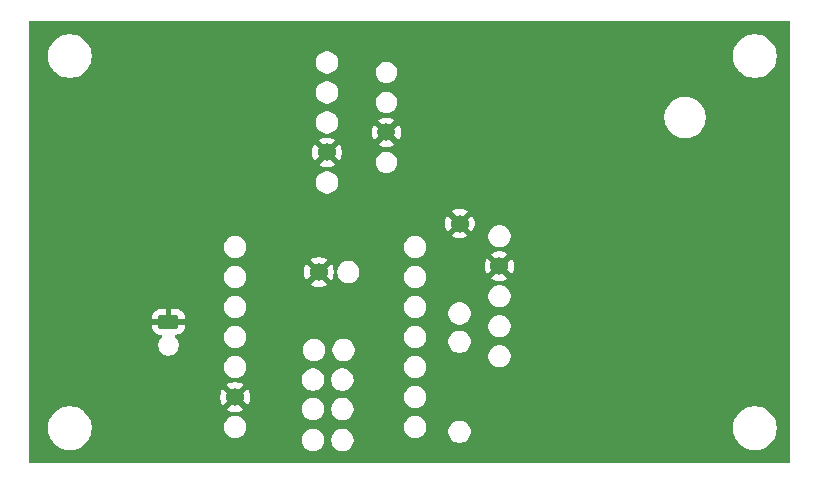
<source format=gbr>
%TF.GenerationSoftware,KiCad,Pcbnew,9.0.4*%
%TF.CreationDate,2025-08-19T16:45:46+02:00*%
%TF.ProjectId,XIAOC6_Occupancy_Battery,5849414f-4336-45f4-9f63-637570616e63,rev?*%
%TF.SameCoordinates,Original*%
%TF.FileFunction,Copper,L2,Inr*%
%TF.FilePolarity,Positive*%
%FSLAX46Y46*%
G04 Gerber Fmt 4.6, Leading zero omitted, Abs format (unit mm)*
G04 Created by KiCad (PCBNEW 9.0.4) date 2025-08-19 16:45:46*
%MOMM*%
%LPD*%
G01*
G04 APERTURE LIST*
G04 Aperture macros list*
%AMRoundRect*
0 Rectangle with rounded corners*
0 $1 Rounding radius*
0 $2 $3 $4 $5 $6 $7 $8 $9 X,Y pos of 4 corners*
0 Add a 4 corners polygon primitive as box body*
4,1,4,$2,$3,$4,$5,$6,$7,$8,$9,$2,$3,0*
0 Add four circle primitives for the rounded corners*
1,1,$1+$1,$2,$3*
1,1,$1+$1,$4,$5*
1,1,$1+$1,$6,$7*
1,1,$1+$1,$8,$9*
0 Add four rect primitives between the rounded corners*
20,1,$1+$1,$2,$3,$4,$5,0*
20,1,$1+$1,$4,$5,$6,$7,0*
20,1,$1+$1,$6,$7,$8,$9,0*
20,1,$1+$1,$8,$9,$2,$3,0*%
G04 Aperture macros list end*
%TA.AperFunction,ComponentPad*%
%ADD10C,1.500000*%
%TD*%
%TA.AperFunction,ComponentPad*%
%ADD11RoundRect,0.250000X-0.625000X0.350000X-0.625000X-0.350000X0.625000X-0.350000X0.625000X0.350000X0*%
%TD*%
%TA.AperFunction,ComponentPad*%
%ADD12C,1.524000*%
%TD*%
G04 APERTURE END LIST*
D10*
%TO.N,-BATT*%
%TO.C,U3*%
X114292500Y-34960000D03*
%TD*%
D11*
%TO.N,-BATT*%
%TO.C,J1*%
X95850000Y-51000000D03*
%TD*%
D12*
%TO.N,-BATT*%
%TO.C,U2*%
X101500000Y-57380000D03*
X108575000Y-46800000D03*
%TD*%
%TO.N,-BATT*%
%TO.C,R2*%
X120500000Y-42690000D03*
%TD*%
%TO.N,-BATT*%
%TO.C,U4*%
X123876600Y-46302100D03*
%TD*%
%TO.N,-BATT*%
%TO.C,U1*%
X109270000Y-36667000D03*
%TD*%
%TA.AperFunction,Conductor*%
%TO.N,-BATT*%
G36*
X148442539Y-25520185D02*
G01*
X148488294Y-25572989D01*
X148499500Y-25624500D01*
X148499500Y-62875500D01*
X148479815Y-62942539D01*
X148427011Y-62988294D01*
X148375500Y-62999500D01*
X84124500Y-62999500D01*
X84057461Y-62979815D01*
X84011706Y-62927011D01*
X84000500Y-62875500D01*
X84000500Y-59878711D01*
X85649500Y-59878711D01*
X85649500Y-60121288D01*
X85681161Y-60361785D01*
X85743947Y-60596104D01*
X85822718Y-60786273D01*
X85836776Y-60820212D01*
X85958064Y-61030289D01*
X85958066Y-61030292D01*
X85958067Y-61030293D01*
X86105733Y-61222736D01*
X86105739Y-61222743D01*
X86277256Y-61394260D01*
X86277262Y-61394265D01*
X86469711Y-61541936D01*
X86679788Y-61663224D01*
X86903900Y-61756054D01*
X87138211Y-61818838D01*
X87318586Y-61842584D01*
X87378711Y-61850500D01*
X87378712Y-61850500D01*
X87621289Y-61850500D01*
X87669388Y-61844167D01*
X87861789Y-61818838D01*
X88096100Y-61756054D01*
X88320212Y-61663224D01*
X88530289Y-61541936D01*
X88722738Y-61394265D01*
X88894265Y-61222738D01*
X89041936Y-61030289D01*
X89113163Y-60906921D01*
X107130000Y-60906921D01*
X107130000Y-61093078D01*
X107166314Y-61275638D01*
X107166316Y-61275646D01*
X107237550Y-61447622D01*
X107237555Y-61447631D01*
X107340970Y-61602401D01*
X107340973Y-61602405D01*
X107472594Y-61734026D01*
X107472598Y-61734029D01*
X107627368Y-61837444D01*
X107627374Y-61837447D01*
X107627375Y-61837448D01*
X107799354Y-61908684D01*
X107981921Y-61944999D01*
X107981924Y-61945000D01*
X107981926Y-61945000D01*
X108168076Y-61945000D01*
X108168077Y-61944999D01*
X108350646Y-61908684D01*
X108522625Y-61837448D01*
X108677402Y-61734029D01*
X108809029Y-61602402D01*
X108912448Y-61447625D01*
X108983684Y-61275646D01*
X109020000Y-61093074D01*
X109020000Y-60906926D01*
X109020000Y-60906923D01*
X109019999Y-60906921D01*
X109630000Y-60906921D01*
X109630000Y-61093078D01*
X109666314Y-61275638D01*
X109666316Y-61275646D01*
X109737550Y-61447622D01*
X109737555Y-61447631D01*
X109840970Y-61602401D01*
X109840973Y-61602405D01*
X109972594Y-61734026D01*
X109972598Y-61734029D01*
X110127368Y-61837444D01*
X110127374Y-61837447D01*
X110127375Y-61837448D01*
X110299354Y-61908684D01*
X110481921Y-61944999D01*
X110481924Y-61945000D01*
X110481926Y-61945000D01*
X110668076Y-61945000D01*
X110668077Y-61944999D01*
X110850646Y-61908684D01*
X111022625Y-61837448D01*
X111177402Y-61734029D01*
X111309029Y-61602402D01*
X111412448Y-61447625D01*
X111483684Y-61275646D01*
X111520000Y-61093074D01*
X111520000Y-60906926D01*
X111520000Y-60906923D01*
X111519999Y-60906921D01*
X111504437Y-60828685D01*
X111483684Y-60724354D01*
X111412448Y-60552375D01*
X111412447Y-60552374D01*
X111412444Y-60552368D01*
X111309029Y-60397598D01*
X111309026Y-60397594D01*
X111177405Y-60265973D01*
X111177401Y-60265970D01*
X111022631Y-60162555D01*
X111022622Y-60162550D01*
X110850646Y-60091316D01*
X110850638Y-60091314D01*
X110668077Y-60055000D01*
X110668074Y-60055000D01*
X110481926Y-60055000D01*
X110481923Y-60055000D01*
X110299361Y-60091314D01*
X110299353Y-60091316D01*
X110127377Y-60162550D01*
X110127368Y-60162555D01*
X109972598Y-60265970D01*
X109972594Y-60265973D01*
X109840973Y-60397594D01*
X109840970Y-60397598D01*
X109737555Y-60552368D01*
X109737550Y-60552377D01*
X109666316Y-60724353D01*
X109666314Y-60724361D01*
X109630000Y-60906921D01*
X109019999Y-60906921D01*
X109004437Y-60828685D01*
X108983684Y-60724354D01*
X108912448Y-60552375D01*
X108912447Y-60552374D01*
X108912444Y-60552368D01*
X108809029Y-60397598D01*
X108809026Y-60397594D01*
X108677405Y-60265973D01*
X108677401Y-60265970D01*
X108522631Y-60162555D01*
X108522622Y-60162550D01*
X108350646Y-60091316D01*
X108350638Y-60091314D01*
X108168077Y-60055000D01*
X108168074Y-60055000D01*
X107981926Y-60055000D01*
X107981923Y-60055000D01*
X107799361Y-60091314D01*
X107799353Y-60091316D01*
X107627377Y-60162550D01*
X107627368Y-60162555D01*
X107472598Y-60265970D01*
X107472594Y-60265973D01*
X107340973Y-60397594D01*
X107340970Y-60397598D01*
X107237555Y-60552368D01*
X107237550Y-60552377D01*
X107166316Y-60724353D01*
X107166314Y-60724361D01*
X107130000Y-60906921D01*
X89113163Y-60906921D01*
X89163224Y-60820212D01*
X89256054Y-60596100D01*
X89318838Y-60361789D01*
X89350500Y-60121288D01*
X89350500Y-59878712D01*
X89343682Y-59826921D01*
X100555000Y-59826921D01*
X100555000Y-60013078D01*
X100591314Y-60195638D01*
X100591316Y-60195646D01*
X100662550Y-60367622D01*
X100662555Y-60367631D01*
X100765970Y-60522401D01*
X100765973Y-60522405D01*
X100897594Y-60654026D01*
X100897598Y-60654029D01*
X101052368Y-60757444D01*
X101052377Y-60757449D01*
X101091336Y-60773586D01*
X101224354Y-60828684D01*
X101406921Y-60864999D01*
X101406924Y-60865000D01*
X101406926Y-60865000D01*
X101593076Y-60865000D01*
X101593077Y-60864999D01*
X101775646Y-60828684D01*
X101947625Y-60757448D01*
X102102402Y-60654029D01*
X102234029Y-60522402D01*
X102337448Y-60367625D01*
X102408684Y-60195646D01*
X102445000Y-60013074D01*
X102445000Y-59826926D01*
X102445000Y-59826923D01*
X102444999Y-59826921D01*
X115795000Y-59826921D01*
X115795000Y-60013078D01*
X115831314Y-60195638D01*
X115831316Y-60195646D01*
X115902550Y-60367622D01*
X115902555Y-60367631D01*
X116005970Y-60522401D01*
X116005973Y-60522405D01*
X116137594Y-60654026D01*
X116137598Y-60654029D01*
X116292368Y-60757444D01*
X116292377Y-60757449D01*
X116331336Y-60773586D01*
X116464354Y-60828684D01*
X116646921Y-60864999D01*
X116646924Y-60865000D01*
X116646926Y-60865000D01*
X116833076Y-60865000D01*
X116833077Y-60864999D01*
X117015646Y-60828684D01*
X117187625Y-60757448D01*
X117342402Y-60654029D01*
X117474029Y-60522402D01*
X117577448Y-60367625D01*
X117639872Y-60216921D01*
X119555000Y-60216921D01*
X119555000Y-60403078D01*
X119591314Y-60585638D01*
X119591316Y-60585646D01*
X119662550Y-60757622D01*
X119662555Y-60757631D01*
X119765970Y-60912401D01*
X119765973Y-60912405D01*
X119897594Y-61044026D01*
X119897598Y-61044029D01*
X120052368Y-61147444D01*
X120052374Y-61147447D01*
X120052375Y-61147448D01*
X120224354Y-61218684D01*
X120406921Y-61254999D01*
X120406924Y-61255000D01*
X120406926Y-61255000D01*
X120593076Y-61255000D01*
X120593077Y-61254999D01*
X120775646Y-61218684D01*
X120947625Y-61147448D01*
X121102402Y-61044029D01*
X121234029Y-60912402D01*
X121337448Y-60757625D01*
X121408684Y-60585646D01*
X121445000Y-60403074D01*
X121445000Y-60216926D01*
X121445000Y-60216923D01*
X121444999Y-60216921D01*
X121440767Y-60195645D01*
X121408684Y-60034354D01*
X121352988Y-59899893D01*
X121344215Y-59878711D01*
X143649500Y-59878711D01*
X143649500Y-60121288D01*
X143681161Y-60361785D01*
X143743947Y-60596104D01*
X143822718Y-60786273D01*
X143836776Y-60820212D01*
X143958064Y-61030289D01*
X143958066Y-61030292D01*
X143958067Y-61030293D01*
X144105733Y-61222736D01*
X144105739Y-61222743D01*
X144277256Y-61394260D01*
X144277262Y-61394265D01*
X144469711Y-61541936D01*
X144679788Y-61663224D01*
X144903900Y-61756054D01*
X145138211Y-61818838D01*
X145318586Y-61842584D01*
X145378711Y-61850500D01*
X145378712Y-61850500D01*
X145621289Y-61850500D01*
X145669388Y-61844167D01*
X145861789Y-61818838D01*
X146096100Y-61756054D01*
X146320212Y-61663224D01*
X146530289Y-61541936D01*
X146722738Y-61394265D01*
X146894265Y-61222738D01*
X147041936Y-61030289D01*
X147163224Y-60820212D01*
X147256054Y-60596100D01*
X147318838Y-60361789D01*
X147350500Y-60121288D01*
X147350500Y-59878712D01*
X147348349Y-59862377D01*
X147327972Y-59707594D01*
X147318838Y-59638211D01*
X147256054Y-59403900D01*
X147163224Y-59179788D01*
X147041936Y-58969711D01*
X146894265Y-58777262D01*
X146894260Y-58777256D01*
X146722743Y-58605739D01*
X146722736Y-58605733D01*
X146530293Y-58458067D01*
X146530292Y-58458066D01*
X146530289Y-58458064D01*
X146320212Y-58336776D01*
X146320205Y-58336773D01*
X146096104Y-58243947D01*
X145861785Y-58181161D01*
X145621289Y-58149500D01*
X145621288Y-58149500D01*
X145378712Y-58149500D01*
X145378711Y-58149500D01*
X145138214Y-58181161D01*
X144903895Y-58243947D01*
X144679794Y-58336773D01*
X144679785Y-58336777D01*
X144469706Y-58458067D01*
X144277263Y-58605733D01*
X144277256Y-58605739D01*
X144105739Y-58777256D01*
X144105733Y-58777263D01*
X143958067Y-58969706D01*
X143836777Y-59179785D01*
X143836773Y-59179794D01*
X143743947Y-59403895D01*
X143681161Y-59638214D01*
X143649500Y-59878711D01*
X121344215Y-59878711D01*
X121337451Y-59862380D01*
X121337444Y-59862368D01*
X121234029Y-59707598D01*
X121234026Y-59707594D01*
X121102405Y-59575973D01*
X121102401Y-59575970D01*
X120947631Y-59472555D01*
X120947622Y-59472550D01*
X120775646Y-59401316D01*
X120775638Y-59401314D01*
X120593077Y-59365000D01*
X120593074Y-59365000D01*
X120406926Y-59365000D01*
X120406923Y-59365000D01*
X120224361Y-59401314D01*
X120224353Y-59401316D01*
X120052377Y-59472550D01*
X120052368Y-59472555D01*
X119897598Y-59575970D01*
X119897594Y-59575973D01*
X119765973Y-59707594D01*
X119765970Y-59707598D01*
X119662555Y-59862368D01*
X119662550Y-59862377D01*
X119591316Y-60034353D01*
X119591314Y-60034361D01*
X119555000Y-60216921D01*
X117639872Y-60216921D01*
X117648684Y-60195646D01*
X117669437Y-60091314D01*
X117685000Y-60013076D01*
X117685000Y-59826923D01*
X117684999Y-59826921D01*
X117648685Y-59644361D01*
X117648684Y-59644354D01*
X117577521Y-59472552D01*
X117577449Y-59472377D01*
X117577444Y-59472368D01*
X117474029Y-59317598D01*
X117474026Y-59317594D01*
X117342405Y-59185973D01*
X117342401Y-59185970D01*
X117187631Y-59082555D01*
X117187622Y-59082550D01*
X117015646Y-59011316D01*
X117015638Y-59011314D01*
X116833077Y-58975000D01*
X116833074Y-58975000D01*
X116646926Y-58975000D01*
X116646923Y-58975000D01*
X116464361Y-59011314D01*
X116464353Y-59011316D01*
X116292377Y-59082550D01*
X116292368Y-59082555D01*
X116137598Y-59185970D01*
X116137594Y-59185973D01*
X116005973Y-59317594D01*
X116005970Y-59317598D01*
X115902555Y-59472368D01*
X115902550Y-59472377D01*
X115831316Y-59644353D01*
X115831314Y-59644361D01*
X115795000Y-59826921D01*
X102444999Y-59826921D01*
X102408685Y-59644361D01*
X102408684Y-59644354D01*
X102337521Y-59472552D01*
X102337449Y-59472377D01*
X102337444Y-59472368D01*
X102234029Y-59317598D01*
X102234026Y-59317594D01*
X102102405Y-59185973D01*
X102102401Y-59185970D01*
X101947631Y-59082555D01*
X101947622Y-59082550D01*
X101775646Y-59011316D01*
X101775638Y-59011314D01*
X101593077Y-58975000D01*
X101593074Y-58975000D01*
X101406926Y-58975000D01*
X101406923Y-58975000D01*
X101224361Y-59011314D01*
X101224353Y-59011316D01*
X101052377Y-59082550D01*
X101052368Y-59082555D01*
X100897598Y-59185970D01*
X100897594Y-59185973D01*
X100765973Y-59317594D01*
X100765970Y-59317598D01*
X100662555Y-59472368D01*
X100662550Y-59472377D01*
X100591316Y-59644353D01*
X100591314Y-59644361D01*
X100555000Y-59826921D01*
X89343682Y-59826921D01*
X89318838Y-59638211D01*
X89256054Y-59403900D01*
X89163224Y-59179788D01*
X89041936Y-58969711D01*
X88894265Y-58777262D01*
X88894260Y-58777256D01*
X88722743Y-58605739D01*
X88722736Y-58605733D01*
X88575920Y-58493078D01*
X88530289Y-58458064D01*
X88320212Y-58336776D01*
X88320205Y-58336773D01*
X88096104Y-58243947D01*
X87861785Y-58181161D01*
X87621289Y-58149500D01*
X87621288Y-58149500D01*
X87378712Y-58149500D01*
X87378711Y-58149500D01*
X87138214Y-58181161D01*
X86903895Y-58243947D01*
X86679794Y-58336773D01*
X86679785Y-58336777D01*
X86469706Y-58458067D01*
X86277263Y-58605733D01*
X86277256Y-58605739D01*
X86105739Y-58777256D01*
X86105733Y-58777263D01*
X85958067Y-58969706D01*
X85836777Y-59179785D01*
X85836773Y-59179794D01*
X85743947Y-59403895D01*
X85681161Y-59638214D01*
X85649500Y-59878711D01*
X84000500Y-59878711D01*
X84000500Y-57280678D01*
X100238000Y-57280678D01*
X100238000Y-57479321D01*
X100269075Y-57675520D01*
X100269075Y-57675523D01*
X100330457Y-57864437D01*
X100420641Y-58041432D01*
X100447730Y-58078715D01*
X100447731Y-58078716D01*
X101062352Y-57464094D01*
X101085792Y-57551571D01*
X101144311Y-57652930D01*
X101227070Y-57735689D01*
X101328429Y-57794208D01*
X101415905Y-57817647D01*
X100801283Y-58432268D01*
X100801283Y-58432269D01*
X100838567Y-58459358D01*
X101015562Y-58549542D01*
X101204477Y-58610924D01*
X101400679Y-58642000D01*
X101599321Y-58642000D01*
X101795520Y-58610924D01*
X101795523Y-58610924D01*
X101984437Y-58549542D01*
X102161425Y-58459362D01*
X102198715Y-58432268D01*
X102154962Y-58388515D01*
X102073368Y-58306921D01*
X107130000Y-58306921D01*
X107130000Y-58493078D01*
X107166314Y-58675638D01*
X107166316Y-58675646D01*
X107237550Y-58847622D01*
X107237555Y-58847631D01*
X107340970Y-59002401D01*
X107340973Y-59002405D01*
X107472594Y-59134026D01*
X107472598Y-59134029D01*
X107627368Y-59237444D01*
X107627374Y-59237447D01*
X107627375Y-59237448D01*
X107799354Y-59308684D01*
X107981921Y-59344999D01*
X107981924Y-59345000D01*
X107981926Y-59345000D01*
X108168076Y-59345000D01*
X108168077Y-59344999D01*
X108350646Y-59308684D01*
X108522625Y-59237448D01*
X108677402Y-59134029D01*
X108809029Y-59002402D01*
X108912448Y-58847625D01*
X108983684Y-58675646D01*
X109020000Y-58493074D01*
X109020000Y-58306926D01*
X109020000Y-58306923D01*
X109019999Y-58306921D01*
X109630000Y-58306921D01*
X109630000Y-58493078D01*
X109666314Y-58675638D01*
X109666316Y-58675646D01*
X109737550Y-58847622D01*
X109737555Y-58847631D01*
X109840970Y-59002401D01*
X109840973Y-59002405D01*
X109972594Y-59134026D01*
X109972598Y-59134029D01*
X110127368Y-59237444D01*
X110127374Y-59237447D01*
X110127375Y-59237448D01*
X110299354Y-59308684D01*
X110481921Y-59344999D01*
X110481924Y-59345000D01*
X110481926Y-59345000D01*
X110668076Y-59345000D01*
X110668077Y-59344999D01*
X110850646Y-59308684D01*
X111022625Y-59237448D01*
X111177402Y-59134029D01*
X111309029Y-59002402D01*
X111412448Y-58847625D01*
X111483684Y-58675646D01*
X111520000Y-58493074D01*
X111520000Y-58306926D01*
X111520000Y-58306923D01*
X111519999Y-58306921D01*
X111502202Y-58217449D01*
X111483684Y-58124354D01*
X111412448Y-57952375D01*
X111412447Y-57952374D01*
X111412444Y-57952368D01*
X111309029Y-57797598D01*
X111309026Y-57797594D01*
X111177405Y-57665973D01*
X111177401Y-57665970D01*
X111022631Y-57562555D01*
X111022622Y-57562550D01*
X110850646Y-57491316D01*
X110850638Y-57491314D01*
X110668077Y-57455000D01*
X110668074Y-57455000D01*
X110481926Y-57455000D01*
X110481923Y-57455000D01*
X110299361Y-57491314D01*
X110299353Y-57491316D01*
X110127377Y-57562550D01*
X110127368Y-57562555D01*
X109972598Y-57665970D01*
X109972594Y-57665973D01*
X109840973Y-57797594D01*
X109840970Y-57797598D01*
X109737555Y-57952368D01*
X109737550Y-57952377D01*
X109666316Y-58124353D01*
X109666314Y-58124361D01*
X109630000Y-58306921D01*
X109019999Y-58306921D01*
X109002202Y-58217449D01*
X108983684Y-58124354D01*
X108912448Y-57952375D01*
X108912447Y-57952374D01*
X108912444Y-57952368D01*
X108809029Y-57797598D01*
X108809026Y-57797594D01*
X108677405Y-57665973D01*
X108677401Y-57665970D01*
X108522631Y-57562555D01*
X108522622Y-57562550D01*
X108350646Y-57491316D01*
X108350638Y-57491314D01*
X108168077Y-57455000D01*
X108168074Y-57455000D01*
X107981926Y-57455000D01*
X107981923Y-57455000D01*
X107799361Y-57491314D01*
X107799353Y-57491316D01*
X107627377Y-57562550D01*
X107627368Y-57562555D01*
X107472598Y-57665970D01*
X107472594Y-57665973D01*
X107340973Y-57797594D01*
X107340970Y-57797598D01*
X107237555Y-57952368D01*
X107237550Y-57952377D01*
X107166316Y-58124353D01*
X107166314Y-58124361D01*
X107130000Y-58306921D01*
X102073368Y-58306921D01*
X101584095Y-57817647D01*
X101671571Y-57794208D01*
X101772930Y-57735689D01*
X101855689Y-57652930D01*
X101914208Y-57551571D01*
X101937647Y-57464094D01*
X102552268Y-58078715D01*
X102579362Y-58041425D01*
X102669542Y-57864437D01*
X102730924Y-57675523D01*
X102730924Y-57675520D01*
X102762000Y-57479321D01*
X102762000Y-57286921D01*
X115795000Y-57286921D01*
X115795000Y-57473078D01*
X115831314Y-57655638D01*
X115831316Y-57655646D01*
X115902550Y-57827622D01*
X115902555Y-57827631D01*
X116005970Y-57982401D01*
X116005973Y-57982405D01*
X116137594Y-58114026D01*
X116137598Y-58114029D01*
X116292368Y-58217444D01*
X116292374Y-58217447D01*
X116292375Y-58217448D01*
X116464354Y-58288684D01*
X116646921Y-58324999D01*
X116646924Y-58325000D01*
X116646926Y-58325000D01*
X116833076Y-58325000D01*
X116833077Y-58324999D01*
X117015646Y-58288684D01*
X117187625Y-58217448D01*
X117342402Y-58114029D01*
X117474029Y-57982402D01*
X117577448Y-57827625D01*
X117648684Y-57655646D01*
X117685000Y-57473074D01*
X117685000Y-57286926D01*
X117685000Y-57286923D01*
X117684999Y-57286921D01*
X117648685Y-57104361D01*
X117648684Y-57104354D01*
X117591290Y-56965792D01*
X117577449Y-56932377D01*
X117577444Y-56932368D01*
X117474029Y-56777598D01*
X117474026Y-56777594D01*
X117342405Y-56645973D01*
X117342401Y-56645970D01*
X117187631Y-56542555D01*
X117187622Y-56542550D01*
X117015646Y-56471316D01*
X117015638Y-56471314D01*
X116833077Y-56435000D01*
X116833074Y-56435000D01*
X116646926Y-56435000D01*
X116646923Y-56435000D01*
X116464361Y-56471314D01*
X116464353Y-56471316D01*
X116292377Y-56542550D01*
X116292368Y-56542555D01*
X116137598Y-56645970D01*
X116137594Y-56645973D01*
X116005973Y-56777594D01*
X116005970Y-56777598D01*
X115902555Y-56932368D01*
X115902550Y-56932377D01*
X115831316Y-57104353D01*
X115831314Y-57104361D01*
X115795000Y-57286921D01*
X102762000Y-57286921D01*
X102762000Y-57280678D01*
X102730924Y-57084479D01*
X102730924Y-57084476D01*
X102669542Y-56895562D01*
X102579358Y-56718567D01*
X102552268Y-56681283D01*
X101937647Y-57295904D01*
X101914208Y-57208429D01*
X101855689Y-57107070D01*
X101772930Y-57024311D01*
X101671571Y-56965792D01*
X101584094Y-56942352D01*
X102198716Y-56327731D01*
X102198715Y-56327730D01*
X102161432Y-56300641D01*
X101984437Y-56210457D01*
X101795522Y-56149075D01*
X101599321Y-56118000D01*
X101400679Y-56118000D01*
X101204479Y-56149075D01*
X101204476Y-56149075D01*
X101015562Y-56210457D01*
X100838564Y-56300643D01*
X100801283Y-56327729D01*
X100801282Y-56327730D01*
X101415906Y-56942352D01*
X101328429Y-56965792D01*
X101227070Y-57024311D01*
X101144311Y-57107070D01*
X101085792Y-57208429D01*
X101062352Y-57295905D01*
X100447730Y-56681282D01*
X100447729Y-56681283D01*
X100420643Y-56718564D01*
X100330457Y-56895562D01*
X100269075Y-57084476D01*
X100269075Y-57084479D01*
X100238000Y-57280678D01*
X84000500Y-57280678D01*
X84000500Y-55806921D01*
X107130000Y-55806921D01*
X107130000Y-55993078D01*
X107166314Y-56175638D01*
X107166316Y-56175646D01*
X107237550Y-56347622D01*
X107237555Y-56347631D01*
X107340970Y-56502401D01*
X107340973Y-56502405D01*
X107472594Y-56634026D01*
X107472598Y-56634029D01*
X107627368Y-56737444D01*
X107627374Y-56737447D01*
X107627375Y-56737448D01*
X107799354Y-56808684D01*
X107981921Y-56844999D01*
X107981924Y-56845000D01*
X107981926Y-56845000D01*
X108168076Y-56845000D01*
X108168077Y-56844999D01*
X108350646Y-56808684D01*
X108522625Y-56737448D01*
X108677402Y-56634029D01*
X108809029Y-56502402D01*
X108912448Y-56347625D01*
X108983684Y-56175646D01*
X109020000Y-55993074D01*
X109020000Y-55806926D01*
X109020000Y-55806923D01*
X109019999Y-55806921D01*
X109630000Y-55806921D01*
X109630000Y-55993078D01*
X109666314Y-56175638D01*
X109666316Y-56175646D01*
X109737550Y-56347622D01*
X109737555Y-56347631D01*
X109840970Y-56502401D01*
X109840973Y-56502405D01*
X109972594Y-56634026D01*
X109972598Y-56634029D01*
X110127368Y-56737444D01*
X110127374Y-56737447D01*
X110127375Y-56737448D01*
X110299354Y-56808684D01*
X110481921Y-56844999D01*
X110481924Y-56845000D01*
X110481926Y-56845000D01*
X110668076Y-56845000D01*
X110668077Y-56844999D01*
X110850646Y-56808684D01*
X111022625Y-56737448D01*
X111177402Y-56634029D01*
X111309029Y-56502402D01*
X111412448Y-56347625D01*
X111483684Y-56175646D01*
X111520000Y-55993074D01*
X111520000Y-55806926D01*
X111520000Y-55806923D01*
X111519999Y-55806921D01*
X111508414Y-55748682D01*
X111483684Y-55624354D01*
X111412448Y-55452375D01*
X111412447Y-55452374D01*
X111412444Y-55452368D01*
X111309029Y-55297598D01*
X111309026Y-55297594D01*
X111177405Y-55165973D01*
X111177401Y-55165970D01*
X111022631Y-55062555D01*
X111022622Y-55062550D01*
X110850646Y-54991316D01*
X110850638Y-54991314D01*
X110668077Y-54955000D01*
X110668074Y-54955000D01*
X110481926Y-54955000D01*
X110481923Y-54955000D01*
X110299361Y-54991314D01*
X110299353Y-54991316D01*
X110127377Y-55062550D01*
X110127368Y-55062555D01*
X109972598Y-55165970D01*
X109972594Y-55165973D01*
X109840973Y-55297594D01*
X109840970Y-55297598D01*
X109737555Y-55452368D01*
X109737550Y-55452377D01*
X109666316Y-55624353D01*
X109666314Y-55624361D01*
X109630000Y-55806921D01*
X109019999Y-55806921D01*
X109008414Y-55748682D01*
X108983684Y-55624354D01*
X108912448Y-55452375D01*
X108912447Y-55452374D01*
X108912444Y-55452368D01*
X108809029Y-55297598D01*
X108809026Y-55297594D01*
X108677405Y-55165973D01*
X108677401Y-55165970D01*
X108522631Y-55062555D01*
X108522622Y-55062550D01*
X108350646Y-54991316D01*
X108350638Y-54991314D01*
X108168077Y-54955000D01*
X108168074Y-54955000D01*
X107981926Y-54955000D01*
X107981923Y-54955000D01*
X107799361Y-54991314D01*
X107799353Y-54991316D01*
X107627377Y-55062550D01*
X107627368Y-55062555D01*
X107472598Y-55165970D01*
X107472594Y-55165973D01*
X107340973Y-55297594D01*
X107340970Y-55297598D01*
X107237555Y-55452368D01*
X107237550Y-55452377D01*
X107166316Y-55624353D01*
X107166314Y-55624361D01*
X107130000Y-55806921D01*
X84000500Y-55806921D01*
X84000500Y-54746921D01*
X100555000Y-54746921D01*
X100555000Y-54933078D01*
X100591314Y-55115638D01*
X100591316Y-55115646D01*
X100662550Y-55287622D01*
X100662555Y-55287631D01*
X100765970Y-55442401D01*
X100765973Y-55442405D01*
X100897594Y-55574026D01*
X100897598Y-55574029D01*
X101052368Y-55677444D01*
X101052374Y-55677447D01*
X101052375Y-55677448D01*
X101224354Y-55748684D01*
X101406921Y-55784999D01*
X101406924Y-55785000D01*
X101406926Y-55785000D01*
X101593076Y-55785000D01*
X101593077Y-55784999D01*
X101775646Y-55748684D01*
X101947625Y-55677448D01*
X102102402Y-55574029D01*
X102234029Y-55442402D01*
X102337448Y-55287625D01*
X102408684Y-55115646D01*
X102445000Y-54933074D01*
X102445000Y-54746926D01*
X102445000Y-54746923D01*
X102444999Y-54746921D01*
X115795000Y-54746921D01*
X115795000Y-54933078D01*
X115831314Y-55115638D01*
X115831316Y-55115646D01*
X115902550Y-55287622D01*
X115902555Y-55287631D01*
X116005970Y-55442401D01*
X116005973Y-55442405D01*
X116137594Y-55574026D01*
X116137598Y-55574029D01*
X116292368Y-55677444D01*
X116292374Y-55677447D01*
X116292375Y-55677448D01*
X116464354Y-55748684D01*
X116646921Y-55784999D01*
X116646924Y-55785000D01*
X116646926Y-55785000D01*
X116833076Y-55785000D01*
X116833077Y-55784999D01*
X117015646Y-55748684D01*
X117187625Y-55677448D01*
X117342402Y-55574029D01*
X117474029Y-55442402D01*
X117577448Y-55287625D01*
X117648684Y-55115646D01*
X117685000Y-54933074D01*
X117685000Y-54746926D01*
X117685000Y-54746923D01*
X117684999Y-54746921D01*
X117666939Y-54656129D01*
X117648684Y-54564354D01*
X117577448Y-54392375D01*
X117577447Y-54392374D01*
X117577444Y-54392368D01*
X117474029Y-54237598D01*
X117474026Y-54237594D01*
X117342405Y-54105973D01*
X117342401Y-54105970D01*
X117187631Y-54002555D01*
X117187622Y-54002550D01*
X117030563Y-53937495D01*
X117015646Y-53931316D01*
X117015638Y-53931314D01*
X116833077Y-53895000D01*
X116833074Y-53895000D01*
X116646926Y-53895000D01*
X116646923Y-53895000D01*
X116464361Y-53931314D01*
X116464353Y-53931316D01*
X116292377Y-54002550D01*
X116292368Y-54002555D01*
X116137598Y-54105970D01*
X116137594Y-54105973D01*
X116005973Y-54237594D01*
X116005970Y-54237598D01*
X115902555Y-54392368D01*
X115902550Y-54392377D01*
X115831316Y-54564353D01*
X115831314Y-54564361D01*
X115795000Y-54746921D01*
X102444999Y-54746921D01*
X102426939Y-54656129D01*
X102408684Y-54564354D01*
X102337448Y-54392375D01*
X102337447Y-54392374D01*
X102337444Y-54392368D01*
X102234029Y-54237598D01*
X102234026Y-54237594D01*
X102102405Y-54105973D01*
X102102401Y-54105970D01*
X101947631Y-54002555D01*
X101947622Y-54002550D01*
X101775646Y-53931316D01*
X101775638Y-53931314D01*
X101593077Y-53895000D01*
X101593074Y-53895000D01*
X101406926Y-53895000D01*
X101406923Y-53895000D01*
X101224361Y-53931314D01*
X101224353Y-53931316D01*
X101052377Y-54002550D01*
X101052368Y-54002555D01*
X100897598Y-54105970D01*
X100897594Y-54105973D01*
X100765973Y-54237594D01*
X100765970Y-54237598D01*
X100662555Y-54392368D01*
X100662550Y-54392377D01*
X100591316Y-54564353D01*
X100591314Y-54564361D01*
X100555000Y-54746921D01*
X84000500Y-54746921D01*
X84000500Y-50600013D01*
X94475000Y-50600013D01*
X94475000Y-50750000D01*
X95569670Y-50750000D01*
X95549925Y-50769745D01*
X95500556Y-50855255D01*
X95475000Y-50950630D01*
X95475000Y-51049370D01*
X95500556Y-51144745D01*
X95549925Y-51230255D01*
X95569670Y-51250000D01*
X94475001Y-51250000D01*
X94475001Y-51399986D01*
X94485494Y-51502697D01*
X94540641Y-51669119D01*
X94540643Y-51669124D01*
X94632684Y-51818345D01*
X94756654Y-51942315D01*
X94905875Y-52034356D01*
X94905880Y-52034358D01*
X95072302Y-52089505D01*
X95072309Y-52089506D01*
X95175019Y-52099999D01*
X95213356Y-52099999D01*
X95280396Y-52119682D01*
X95326152Y-52172485D01*
X95336097Y-52241643D01*
X95307074Y-52305199D01*
X95292041Y-52319838D01*
X95291906Y-52319948D01*
X95169957Y-52441897D01*
X95169954Y-52441901D01*
X95074145Y-52585288D01*
X95074138Y-52585301D01*
X95008146Y-52744621D01*
X95008143Y-52744633D01*
X94974500Y-52913766D01*
X94974500Y-53086233D01*
X95008143Y-53255366D01*
X95008146Y-53255378D01*
X95074138Y-53414698D01*
X95074145Y-53414711D01*
X95169954Y-53558098D01*
X95169957Y-53558102D01*
X95291897Y-53680042D01*
X95291901Y-53680045D01*
X95435288Y-53775854D01*
X95435301Y-53775861D01*
X95563654Y-53829026D01*
X95594626Y-53841855D01*
X95763766Y-53875499D01*
X95763769Y-53875500D01*
X95763771Y-53875500D01*
X95936231Y-53875500D01*
X95936232Y-53875499D01*
X96105374Y-53841855D01*
X96264705Y-53775858D01*
X96408099Y-53680045D01*
X96530045Y-53558099D01*
X96625858Y-53414705D01*
X96670504Y-53306921D01*
X107230000Y-53306921D01*
X107230000Y-53493078D01*
X107266314Y-53675638D01*
X107266316Y-53675646D01*
X107337550Y-53847622D01*
X107337555Y-53847631D01*
X107440970Y-54002401D01*
X107440973Y-54002405D01*
X107572594Y-54134026D01*
X107572598Y-54134029D01*
X107727368Y-54237444D01*
X107727374Y-54237447D01*
X107727375Y-54237448D01*
X107899354Y-54308684D01*
X108081921Y-54344999D01*
X108081924Y-54345000D01*
X108081926Y-54345000D01*
X108268076Y-54345000D01*
X108268077Y-54344999D01*
X108450646Y-54308684D01*
X108622625Y-54237448D01*
X108777402Y-54134029D01*
X108909029Y-54002402D01*
X109012448Y-53847625D01*
X109083684Y-53675646D01*
X109120000Y-53493074D01*
X109120000Y-53306926D01*
X109120000Y-53306923D01*
X109119999Y-53306921D01*
X109730000Y-53306921D01*
X109730000Y-53493078D01*
X109766314Y-53675638D01*
X109766316Y-53675646D01*
X109837550Y-53847622D01*
X109837555Y-53847631D01*
X109940970Y-54002401D01*
X109940973Y-54002405D01*
X110072594Y-54134026D01*
X110072598Y-54134029D01*
X110227368Y-54237444D01*
X110227374Y-54237447D01*
X110227375Y-54237448D01*
X110399354Y-54308684D01*
X110581921Y-54344999D01*
X110581924Y-54345000D01*
X110581926Y-54345000D01*
X110768076Y-54345000D01*
X110768077Y-54344999D01*
X110950646Y-54308684D01*
X111122625Y-54237448D01*
X111277402Y-54134029D01*
X111409029Y-54002402D01*
X111512448Y-53847625D01*
X111520154Y-53829021D01*
X122931600Y-53829021D01*
X122931600Y-54015178D01*
X122967914Y-54197738D01*
X122967916Y-54197746D01*
X123039150Y-54369722D01*
X123039155Y-54369731D01*
X123142570Y-54524501D01*
X123142573Y-54524505D01*
X123274194Y-54656126D01*
X123274198Y-54656129D01*
X123428968Y-54759544D01*
X123428974Y-54759547D01*
X123428975Y-54759548D01*
X123600954Y-54830784D01*
X123783521Y-54867099D01*
X123783524Y-54867100D01*
X123783526Y-54867100D01*
X123969676Y-54867100D01*
X123969677Y-54867099D01*
X124152246Y-54830784D01*
X124324225Y-54759548D01*
X124479002Y-54656129D01*
X124610629Y-54524502D01*
X124714048Y-54369725D01*
X124785284Y-54197746D01*
X124821600Y-54015174D01*
X124821600Y-53829026D01*
X124821600Y-53829023D01*
X124821599Y-53829021D01*
X124811023Y-53775854D01*
X124785284Y-53646454D01*
X124714048Y-53474475D01*
X124714047Y-53474474D01*
X124714044Y-53474468D01*
X124610629Y-53319698D01*
X124610626Y-53319694D01*
X124479005Y-53188073D01*
X124479001Y-53188070D01*
X124324231Y-53084655D01*
X124324222Y-53084650D01*
X124152246Y-53013416D01*
X124152238Y-53013414D01*
X123969677Y-52977100D01*
X123969674Y-52977100D01*
X123783526Y-52977100D01*
X123783523Y-52977100D01*
X123600961Y-53013414D01*
X123600953Y-53013416D01*
X123428977Y-53084650D01*
X123428968Y-53084655D01*
X123274198Y-53188070D01*
X123274194Y-53188073D01*
X123142573Y-53319694D01*
X123142570Y-53319698D01*
X123039155Y-53474468D01*
X123039150Y-53474477D01*
X122967916Y-53646453D01*
X122967914Y-53646461D01*
X122931600Y-53829021D01*
X111520154Y-53829021D01*
X111583684Y-53675646D01*
X111620000Y-53493074D01*
X111620000Y-53306926D01*
X111620000Y-53306923D01*
X111619999Y-53306921D01*
X111607682Y-53244999D01*
X111583684Y-53124354D01*
X111512448Y-52952375D01*
X111512447Y-52952374D01*
X111512444Y-52952368D01*
X111409029Y-52797598D01*
X111409026Y-52797594D01*
X111277405Y-52665973D01*
X111277401Y-52665970D01*
X111122631Y-52562555D01*
X111122622Y-52562550D01*
X110950646Y-52491316D01*
X110950638Y-52491314D01*
X110768077Y-52455000D01*
X110768074Y-52455000D01*
X110581926Y-52455000D01*
X110581923Y-52455000D01*
X110399361Y-52491314D01*
X110399353Y-52491316D01*
X110227377Y-52562550D01*
X110227368Y-52562555D01*
X110072598Y-52665970D01*
X110072594Y-52665973D01*
X109940973Y-52797594D01*
X109940970Y-52797598D01*
X109837555Y-52952368D01*
X109837550Y-52952377D01*
X109766316Y-53124353D01*
X109766314Y-53124361D01*
X109730000Y-53306921D01*
X109119999Y-53306921D01*
X109107682Y-53244999D01*
X109083684Y-53124354D01*
X109012448Y-52952375D01*
X109012447Y-52952374D01*
X109012444Y-52952368D01*
X108909029Y-52797598D01*
X108909026Y-52797594D01*
X108777405Y-52665973D01*
X108777401Y-52665970D01*
X108622631Y-52562555D01*
X108622622Y-52562550D01*
X108450646Y-52491316D01*
X108450638Y-52491314D01*
X108268077Y-52455000D01*
X108268074Y-52455000D01*
X108081926Y-52455000D01*
X108081923Y-52455000D01*
X107899361Y-52491314D01*
X107899353Y-52491316D01*
X107727377Y-52562550D01*
X107727368Y-52562555D01*
X107572598Y-52665970D01*
X107572594Y-52665973D01*
X107440973Y-52797594D01*
X107440970Y-52797598D01*
X107337555Y-52952368D01*
X107337550Y-52952377D01*
X107266316Y-53124353D01*
X107266314Y-53124361D01*
X107230000Y-53306921D01*
X96670504Y-53306921D01*
X96691855Y-53255374D01*
X96725500Y-53086229D01*
X96725500Y-52913771D01*
X96725500Y-52913768D01*
X96725499Y-52913766D01*
X96702391Y-52797594D01*
X96691855Y-52744626D01*
X96630676Y-52596926D01*
X96625861Y-52585301D01*
X96625854Y-52585288D01*
X96530045Y-52441901D01*
X96530042Y-52441897D01*
X96408104Y-52319959D01*
X96407976Y-52319854D01*
X96407926Y-52319781D01*
X96403792Y-52315647D01*
X96404576Y-52314862D01*
X96396103Y-52302424D01*
X96380546Y-52288188D01*
X96376828Y-52274128D01*
X96368641Y-52262109D01*
X96368075Y-52241028D01*
X96362685Y-52220640D01*
X96367120Y-52206921D01*
X100555000Y-52206921D01*
X100555000Y-52393078D01*
X100591314Y-52575638D01*
X100591316Y-52575646D01*
X100662550Y-52747622D01*
X100662555Y-52747631D01*
X100765970Y-52902401D01*
X100765973Y-52902405D01*
X100897594Y-53034026D01*
X100897598Y-53034029D01*
X101052368Y-53137444D01*
X101052377Y-53137449D01*
X101091336Y-53153586D01*
X101224354Y-53208684D01*
X101406921Y-53244999D01*
X101406924Y-53245000D01*
X101406926Y-53245000D01*
X101593076Y-53245000D01*
X101593077Y-53244999D01*
X101775646Y-53208684D01*
X101947625Y-53137448D01*
X102102402Y-53034029D01*
X102234029Y-52902402D01*
X102337448Y-52747625D01*
X102408684Y-52575646D01*
X102445000Y-52393074D01*
X102445000Y-52206926D01*
X102445000Y-52206923D01*
X102444999Y-52206921D01*
X115795000Y-52206921D01*
X115795000Y-52393078D01*
X115831314Y-52575638D01*
X115831316Y-52575646D01*
X115902550Y-52747622D01*
X115902555Y-52747631D01*
X116005970Y-52902401D01*
X116005973Y-52902405D01*
X116137594Y-53034026D01*
X116137598Y-53034029D01*
X116292368Y-53137444D01*
X116292377Y-53137449D01*
X116331336Y-53153586D01*
X116464354Y-53208684D01*
X116646921Y-53244999D01*
X116646924Y-53245000D01*
X116646926Y-53245000D01*
X116833076Y-53245000D01*
X116833077Y-53244999D01*
X117015646Y-53208684D01*
X117187625Y-53137448D01*
X117342402Y-53034029D01*
X117474029Y-52902402D01*
X117577448Y-52747625D01*
X117639872Y-52596921D01*
X119555000Y-52596921D01*
X119555000Y-52783078D01*
X119591314Y-52965638D01*
X119591316Y-52965646D01*
X119662550Y-53137622D01*
X119662555Y-53137631D01*
X119765970Y-53292401D01*
X119765973Y-53292405D01*
X119897594Y-53424026D01*
X119897598Y-53424029D01*
X120052368Y-53527444D01*
X120052374Y-53527447D01*
X120052375Y-53527448D01*
X120224354Y-53598684D01*
X120406921Y-53634999D01*
X120406924Y-53635000D01*
X120406926Y-53635000D01*
X120593076Y-53635000D01*
X120593077Y-53634999D01*
X120775646Y-53598684D01*
X120947625Y-53527448D01*
X121102402Y-53424029D01*
X121234029Y-53292402D01*
X121337448Y-53137625D01*
X121408684Y-52965646D01*
X121445000Y-52783074D01*
X121445000Y-52596926D01*
X121445000Y-52596923D01*
X121444999Y-52596921D01*
X121440767Y-52575645D01*
X121408684Y-52414354D01*
X121337448Y-52242375D01*
X121337447Y-52242374D01*
X121337444Y-52242368D01*
X121234029Y-52087598D01*
X121234026Y-52087594D01*
X121102405Y-51955973D01*
X121102401Y-51955970D01*
X120947631Y-51852555D01*
X120947622Y-51852550D01*
X120775646Y-51781316D01*
X120775638Y-51781314D01*
X120593077Y-51745000D01*
X120593074Y-51745000D01*
X120406926Y-51745000D01*
X120406923Y-51745000D01*
X120224361Y-51781314D01*
X120224353Y-51781316D01*
X120052377Y-51852550D01*
X120052368Y-51852555D01*
X119897598Y-51955970D01*
X119897594Y-51955973D01*
X119765973Y-52087594D01*
X119765970Y-52087598D01*
X119662555Y-52242368D01*
X119662550Y-52242377D01*
X119591316Y-52414353D01*
X119591314Y-52414361D01*
X119555000Y-52596921D01*
X117639872Y-52596921D01*
X117648684Y-52575646D01*
X117651761Y-52560172D01*
X117685000Y-52393076D01*
X117685000Y-52206923D01*
X117684999Y-52206921D01*
X117684975Y-52206802D01*
X117648684Y-52024354D01*
X117577521Y-51852552D01*
X117577449Y-51852377D01*
X117577444Y-51852368D01*
X117474029Y-51697598D01*
X117474026Y-51697594D01*
X117342405Y-51565973D01*
X117342401Y-51565970D01*
X117187631Y-51462555D01*
X117187622Y-51462550D01*
X117015646Y-51391316D01*
X117015638Y-51391314D01*
X116833077Y-51355000D01*
X116833074Y-51355000D01*
X116646926Y-51355000D01*
X116646923Y-51355000D01*
X116464361Y-51391314D01*
X116464353Y-51391316D01*
X116292377Y-51462550D01*
X116292368Y-51462555D01*
X116137598Y-51565970D01*
X116137594Y-51565973D01*
X116005973Y-51697594D01*
X116005970Y-51697598D01*
X115902555Y-51852368D01*
X115902550Y-51852377D01*
X115831316Y-52024353D01*
X115831314Y-52024361D01*
X115795000Y-52206921D01*
X102444999Y-52206921D01*
X102444975Y-52206802D01*
X102408684Y-52024354D01*
X102337521Y-51852552D01*
X102337449Y-51852377D01*
X102337444Y-51852368D01*
X102234029Y-51697598D01*
X102234026Y-51697594D01*
X102102405Y-51565973D01*
X102102401Y-51565970D01*
X101947631Y-51462555D01*
X101947622Y-51462550D01*
X101775646Y-51391316D01*
X101775638Y-51391314D01*
X101593077Y-51355000D01*
X101593074Y-51355000D01*
X101406926Y-51355000D01*
X101406923Y-51355000D01*
X101224361Y-51391314D01*
X101224353Y-51391316D01*
X101052377Y-51462550D01*
X101052368Y-51462555D01*
X100897598Y-51565970D01*
X100897594Y-51565973D01*
X100765973Y-51697594D01*
X100765970Y-51697598D01*
X100662555Y-51852368D01*
X100662550Y-51852377D01*
X100591316Y-52024353D01*
X100591314Y-52024361D01*
X100555000Y-52206921D01*
X96367120Y-52206921D01*
X96367158Y-52206802D01*
X96366769Y-52192264D01*
X96377690Y-52174224D01*
X96384178Y-52154158D01*
X96395423Y-52144935D01*
X96402955Y-52132495D01*
X96421896Y-52123223D01*
X96438202Y-52109851D01*
X96457048Y-52106017D01*
X96465710Y-52101778D01*
X96472323Y-52100828D01*
X96659008Y-52079130D01*
X96794119Y-52034358D01*
X96794124Y-52034356D01*
X96943345Y-51942315D01*
X97067315Y-51818345D01*
X97159356Y-51669124D01*
X97159358Y-51669119D01*
X97214505Y-51502697D01*
X97214506Y-51502690D01*
X97224999Y-51399986D01*
X97225000Y-51399973D01*
X97225000Y-51289021D01*
X122931600Y-51289021D01*
X122931600Y-51475178D01*
X122967914Y-51657738D01*
X122967916Y-51657746D01*
X123039150Y-51829722D01*
X123039155Y-51829731D01*
X123142570Y-51984501D01*
X123142573Y-51984505D01*
X123274194Y-52116126D01*
X123274198Y-52116129D01*
X123428968Y-52219544D01*
X123428974Y-52219547D01*
X123428975Y-52219548D01*
X123600954Y-52290784D01*
X123746731Y-52319781D01*
X123783521Y-52327099D01*
X123783524Y-52327100D01*
X123783526Y-52327100D01*
X123969676Y-52327100D01*
X123969677Y-52327099D01*
X124152246Y-52290784D01*
X124324225Y-52219548D01*
X124479002Y-52116129D01*
X124610629Y-51984502D01*
X124714048Y-51829725D01*
X124785284Y-51657746D01*
X124821600Y-51475174D01*
X124821600Y-51289026D01*
X124821600Y-51289023D01*
X124821599Y-51289021D01*
X124814832Y-51255000D01*
X124785284Y-51106454D01*
X124714048Y-50934475D01*
X124714047Y-50934474D01*
X124714044Y-50934468D01*
X124610629Y-50779698D01*
X124610626Y-50779694D01*
X124479005Y-50648073D01*
X124479001Y-50648070D01*
X124324231Y-50544655D01*
X124324222Y-50544650D01*
X124152246Y-50473416D01*
X124152238Y-50473414D01*
X123969677Y-50437100D01*
X123969674Y-50437100D01*
X123783526Y-50437100D01*
X123783523Y-50437100D01*
X123600961Y-50473414D01*
X123600953Y-50473416D01*
X123428977Y-50544650D01*
X123428968Y-50544655D01*
X123274198Y-50648070D01*
X123274194Y-50648073D01*
X123142573Y-50779694D01*
X123142570Y-50779698D01*
X123039155Y-50934468D01*
X123039150Y-50934477D01*
X122967916Y-51106453D01*
X122967914Y-51106461D01*
X122931600Y-51289021D01*
X97225000Y-51289021D01*
X97225000Y-51250000D01*
X96130330Y-51250000D01*
X96150075Y-51230255D01*
X96199444Y-51144745D01*
X96225000Y-51049370D01*
X96225000Y-50950630D01*
X96199444Y-50855255D01*
X96150075Y-50769745D01*
X96130330Y-50750000D01*
X97224999Y-50750000D01*
X97224999Y-50600028D01*
X97224998Y-50600013D01*
X97214505Y-50497302D01*
X97159358Y-50330880D01*
X97159356Y-50330875D01*
X97067315Y-50181654D01*
X96943345Y-50057684D01*
X96794124Y-49965643D01*
X96794119Y-49965641D01*
X96627697Y-49910494D01*
X96627690Y-49910493D01*
X96524986Y-49900000D01*
X96100000Y-49900000D01*
X96100000Y-50719670D01*
X96080255Y-50699925D01*
X95994745Y-50650556D01*
X95899370Y-50625000D01*
X95800630Y-50625000D01*
X95705255Y-50650556D01*
X95619745Y-50699925D01*
X95600000Y-50719670D01*
X95600000Y-49900000D01*
X95175028Y-49900000D01*
X95175012Y-49900001D01*
X95072302Y-49910494D01*
X94905880Y-49965641D01*
X94905875Y-49965643D01*
X94756654Y-50057684D01*
X94632684Y-50181654D01*
X94540643Y-50330875D01*
X94540641Y-50330880D01*
X94485494Y-50497302D01*
X94485493Y-50497309D01*
X94475000Y-50600013D01*
X84000500Y-50600013D01*
X84000500Y-49666921D01*
X100555000Y-49666921D01*
X100555000Y-49853078D01*
X100591314Y-50035638D01*
X100591316Y-50035646D01*
X100662550Y-50207622D01*
X100662555Y-50207631D01*
X100765970Y-50362401D01*
X100765973Y-50362405D01*
X100897594Y-50494026D01*
X100897598Y-50494029D01*
X101052368Y-50597444D01*
X101052377Y-50597449D01*
X101091336Y-50613586D01*
X101224354Y-50668684D01*
X101406921Y-50704999D01*
X101406924Y-50705000D01*
X101406926Y-50705000D01*
X101593076Y-50705000D01*
X101593077Y-50704999D01*
X101775646Y-50668684D01*
X101947625Y-50597448D01*
X102102402Y-50494029D01*
X102234029Y-50362402D01*
X102337448Y-50207625D01*
X102408684Y-50035646D01*
X102445000Y-49853074D01*
X102445000Y-49666926D01*
X102445000Y-49666923D01*
X102444999Y-49666921D01*
X115795000Y-49666921D01*
X115795000Y-49853078D01*
X115831314Y-50035638D01*
X115831316Y-50035646D01*
X115902550Y-50207622D01*
X115902555Y-50207631D01*
X116005970Y-50362401D01*
X116005973Y-50362405D01*
X116137594Y-50494026D01*
X116137598Y-50494029D01*
X116292368Y-50597444D01*
X116292377Y-50597449D01*
X116331336Y-50613586D01*
X116464354Y-50668684D01*
X116646921Y-50704999D01*
X116646924Y-50705000D01*
X116646926Y-50705000D01*
X116833076Y-50705000D01*
X116833077Y-50704999D01*
X117015646Y-50668684D01*
X117187625Y-50597448D01*
X117342402Y-50494029D01*
X117474029Y-50362402D01*
X117571237Y-50216921D01*
X119555000Y-50216921D01*
X119555000Y-50403078D01*
X119591314Y-50585638D01*
X119591316Y-50585646D01*
X119662550Y-50757622D01*
X119662555Y-50757631D01*
X119765970Y-50912401D01*
X119765973Y-50912405D01*
X119897594Y-51044026D01*
X119897598Y-51044029D01*
X120052368Y-51147444D01*
X120052374Y-51147447D01*
X120052375Y-51147448D01*
X120224354Y-51218684D01*
X120406921Y-51254999D01*
X120406924Y-51255000D01*
X120406926Y-51255000D01*
X120593076Y-51255000D01*
X120593077Y-51254999D01*
X120775646Y-51218684D01*
X120947625Y-51147448D01*
X121102402Y-51044029D01*
X121234029Y-50912402D01*
X121337448Y-50757625D01*
X121408684Y-50585646D01*
X121445000Y-50403074D01*
X121445000Y-50216926D01*
X121445000Y-50216923D01*
X121444999Y-50216921D01*
X121434349Y-50163379D01*
X121408684Y-50034354D01*
X121337448Y-49862375D01*
X121337447Y-49862374D01*
X121337444Y-49862368D01*
X121234029Y-49707598D01*
X121234026Y-49707594D01*
X121102405Y-49575973D01*
X121102401Y-49575970D01*
X120947631Y-49472555D01*
X120947622Y-49472550D01*
X120775646Y-49401316D01*
X120775638Y-49401314D01*
X120593077Y-49365000D01*
X120593074Y-49365000D01*
X120406926Y-49365000D01*
X120406923Y-49365000D01*
X120224361Y-49401314D01*
X120224353Y-49401316D01*
X120052377Y-49472550D01*
X120052368Y-49472555D01*
X119897598Y-49575970D01*
X119897594Y-49575973D01*
X119765973Y-49707594D01*
X119765970Y-49707598D01*
X119662555Y-49862368D01*
X119662550Y-49862377D01*
X119591316Y-50034353D01*
X119591314Y-50034361D01*
X119555000Y-50216921D01*
X117571237Y-50216921D01*
X117577448Y-50207625D01*
X117588206Y-50181654D01*
X117595775Y-50163381D01*
X117595775Y-50163379D01*
X117648684Y-50035646D01*
X117685000Y-49853074D01*
X117685000Y-49666926D01*
X117685000Y-49666923D01*
X117684999Y-49666921D01*
X117666939Y-49576129D01*
X117648684Y-49484354D01*
X117577448Y-49312375D01*
X117577447Y-49312374D01*
X117577444Y-49312368D01*
X117474029Y-49157598D01*
X117474026Y-49157594D01*
X117342405Y-49025973D01*
X117342401Y-49025970D01*
X117187631Y-48922555D01*
X117187622Y-48922550D01*
X117030563Y-48857495D01*
X117015646Y-48851316D01*
X117015638Y-48851314D01*
X116833077Y-48815000D01*
X116833074Y-48815000D01*
X116646926Y-48815000D01*
X116646923Y-48815000D01*
X116464361Y-48851314D01*
X116464353Y-48851316D01*
X116292377Y-48922550D01*
X116292368Y-48922555D01*
X116137598Y-49025970D01*
X116137594Y-49025973D01*
X116005973Y-49157594D01*
X116005970Y-49157598D01*
X115902555Y-49312368D01*
X115902550Y-49312377D01*
X115831316Y-49484353D01*
X115831314Y-49484361D01*
X115795000Y-49666921D01*
X102444999Y-49666921D01*
X102426939Y-49576129D01*
X102408684Y-49484354D01*
X102337448Y-49312375D01*
X102337447Y-49312374D01*
X102337444Y-49312368D01*
X102234029Y-49157598D01*
X102234026Y-49157594D01*
X102102405Y-49025973D01*
X102102401Y-49025970D01*
X101947631Y-48922555D01*
X101947622Y-48922550D01*
X101775646Y-48851316D01*
X101775638Y-48851314D01*
X101593077Y-48815000D01*
X101593074Y-48815000D01*
X101406926Y-48815000D01*
X101406923Y-48815000D01*
X101224361Y-48851314D01*
X101224353Y-48851316D01*
X101052377Y-48922550D01*
X101052368Y-48922555D01*
X100897598Y-49025970D01*
X100897594Y-49025973D01*
X100765973Y-49157594D01*
X100765970Y-49157598D01*
X100662555Y-49312368D01*
X100662550Y-49312377D01*
X100591316Y-49484353D01*
X100591314Y-49484361D01*
X100555000Y-49666921D01*
X84000500Y-49666921D01*
X84000500Y-48749021D01*
X122931600Y-48749021D01*
X122931600Y-48935178D01*
X122967914Y-49117738D01*
X122967916Y-49117746D01*
X123039150Y-49289722D01*
X123039155Y-49289731D01*
X123142570Y-49444501D01*
X123142573Y-49444505D01*
X123274194Y-49576126D01*
X123274198Y-49576129D01*
X123428968Y-49679544D01*
X123428974Y-49679547D01*
X123428975Y-49679548D01*
X123600954Y-49750784D01*
X123783521Y-49787099D01*
X123783524Y-49787100D01*
X123783526Y-49787100D01*
X123969676Y-49787100D01*
X123969677Y-49787099D01*
X124152246Y-49750784D01*
X124324225Y-49679548D01*
X124479002Y-49576129D01*
X124610629Y-49444502D01*
X124714048Y-49289725D01*
X124785284Y-49117746D01*
X124821600Y-48935174D01*
X124821600Y-48749026D01*
X124821600Y-48749023D01*
X124821599Y-48749021D01*
X124785285Y-48566461D01*
X124785284Y-48566454D01*
X124714048Y-48394475D01*
X124714047Y-48394474D01*
X124714044Y-48394468D01*
X124610629Y-48239698D01*
X124610626Y-48239694D01*
X124479005Y-48108073D01*
X124479001Y-48108070D01*
X124324231Y-48004655D01*
X124324222Y-48004650D01*
X124152246Y-47933416D01*
X124152238Y-47933414D01*
X123969677Y-47897100D01*
X123969674Y-47897100D01*
X123783526Y-47897100D01*
X123783523Y-47897100D01*
X123600961Y-47933414D01*
X123600953Y-47933416D01*
X123428977Y-48004650D01*
X123428968Y-48004655D01*
X123274198Y-48108070D01*
X123274194Y-48108073D01*
X123142573Y-48239694D01*
X123142570Y-48239698D01*
X123039155Y-48394468D01*
X123039150Y-48394477D01*
X122967916Y-48566453D01*
X122967914Y-48566461D01*
X122931600Y-48749021D01*
X84000500Y-48749021D01*
X84000500Y-47126921D01*
X100555000Y-47126921D01*
X100555000Y-47313078D01*
X100591314Y-47495638D01*
X100591316Y-47495646D01*
X100662550Y-47667622D01*
X100662555Y-47667631D01*
X100765970Y-47822401D01*
X100765973Y-47822405D01*
X100897594Y-47954026D01*
X100897598Y-47954029D01*
X101052368Y-48057444D01*
X101052377Y-48057449D01*
X101091336Y-48073586D01*
X101224354Y-48128684D01*
X101406921Y-48164999D01*
X101406924Y-48165000D01*
X101406926Y-48165000D01*
X101593076Y-48165000D01*
X101593077Y-48164999D01*
X101775646Y-48128684D01*
X101947625Y-48057448D01*
X102102402Y-47954029D01*
X102234029Y-47822402D01*
X102285748Y-47745000D01*
X102291683Y-47736118D01*
X102337444Y-47667631D01*
X102337444Y-47667630D01*
X102337448Y-47667625D01*
X102408684Y-47495646D01*
X102445000Y-47313074D01*
X102445000Y-47126926D01*
X102445000Y-47126923D01*
X102444999Y-47126921D01*
X102408684Y-46944354D01*
X102337448Y-46772375D01*
X102289541Y-46700678D01*
X107313000Y-46700678D01*
X107313000Y-46899321D01*
X107344075Y-47095520D01*
X107344075Y-47095523D01*
X107405457Y-47284437D01*
X107495641Y-47461432D01*
X107522730Y-47498715D01*
X107522731Y-47498716D01*
X108137352Y-46884094D01*
X108160792Y-46971571D01*
X108219311Y-47072930D01*
X108302070Y-47155689D01*
X108403429Y-47214208D01*
X108490905Y-47237647D01*
X107876283Y-47852268D01*
X107876283Y-47852269D01*
X107913567Y-47879358D01*
X108090562Y-47969542D01*
X108279477Y-48030924D01*
X108475679Y-48062000D01*
X108674321Y-48062000D01*
X108870520Y-48030924D01*
X108870523Y-48030924D01*
X109059437Y-47969542D01*
X109236425Y-47879362D01*
X109273716Y-47852268D01*
X108659095Y-47237647D01*
X108746571Y-47214208D01*
X108847930Y-47155689D01*
X108930689Y-47072930D01*
X108989208Y-46971571D01*
X109012647Y-46884094D01*
X109627268Y-47498715D01*
X109654362Y-47461425D01*
X109744542Y-47284437D01*
X109805924Y-47095523D01*
X109805924Y-47095520D01*
X109837000Y-46899321D01*
X109837000Y-46706921D01*
X110130000Y-46706921D01*
X110130000Y-46893078D01*
X110166314Y-47075638D01*
X110166316Y-47075646D01*
X110237550Y-47247622D01*
X110237555Y-47247631D01*
X110340970Y-47402401D01*
X110340973Y-47402405D01*
X110472594Y-47534026D01*
X110472598Y-47534029D01*
X110627368Y-47637444D01*
X110627374Y-47637447D01*
X110627375Y-47637448D01*
X110799354Y-47708684D01*
X110981921Y-47744999D01*
X110981924Y-47745000D01*
X110981926Y-47745000D01*
X111168076Y-47745000D01*
X111168077Y-47744999D01*
X111350646Y-47708684D01*
X111522625Y-47637448D01*
X111677402Y-47534029D01*
X111809029Y-47402402D01*
X111912448Y-47247625D01*
X111962445Y-47126921D01*
X115795000Y-47126921D01*
X115795000Y-47313078D01*
X115831314Y-47495638D01*
X115831316Y-47495646D01*
X115902550Y-47667622D01*
X115902555Y-47667631D01*
X116005970Y-47822401D01*
X116005973Y-47822405D01*
X116137594Y-47954026D01*
X116137598Y-47954029D01*
X116292368Y-48057444D01*
X116292377Y-48057449D01*
X116331336Y-48073586D01*
X116464354Y-48128684D01*
X116646921Y-48164999D01*
X116646924Y-48165000D01*
X116646926Y-48165000D01*
X116833076Y-48165000D01*
X116833077Y-48164999D01*
X117015646Y-48128684D01*
X117187625Y-48057448D01*
X117342402Y-47954029D01*
X117474029Y-47822402D01*
X117577448Y-47667625D01*
X117648684Y-47495646D01*
X117685000Y-47313074D01*
X117685000Y-47126926D01*
X117685000Y-47126923D01*
X117684999Y-47126921D01*
X117648684Y-46944354D01*
X117577448Y-46772375D01*
X117577446Y-46772372D01*
X117577444Y-46772368D01*
X117474029Y-46617598D01*
X117474026Y-46617594D01*
X117342405Y-46485973D01*
X117342401Y-46485970D01*
X117187631Y-46382555D01*
X117187618Y-46382548D01*
X117018425Y-46312467D01*
X117018424Y-46312466D01*
X117018423Y-46312466D01*
X117015651Y-46311317D01*
X117015638Y-46311314D01*
X116833077Y-46275000D01*
X116833074Y-46275000D01*
X116646926Y-46275000D01*
X116646923Y-46275000D01*
X116464361Y-46311314D01*
X116464353Y-46311316D01*
X116292377Y-46382550D01*
X116292368Y-46382555D01*
X116137598Y-46485970D01*
X116137594Y-46485973D01*
X116005973Y-46617594D01*
X116005970Y-46617598D01*
X115902555Y-46772368D01*
X115902550Y-46772377D01*
X115831316Y-46944353D01*
X115831314Y-46944361D01*
X115795000Y-47126921D01*
X111962445Y-47126921D01*
X111983684Y-47075646D01*
X112020000Y-46893074D01*
X112020000Y-46706926D01*
X112020000Y-46706923D01*
X112019999Y-46706921D01*
X112002231Y-46617598D01*
X111983684Y-46524354D01*
X111915863Y-46360620D01*
X111912449Y-46352377D01*
X111912444Y-46352368D01*
X111812490Y-46202778D01*
X122614600Y-46202778D01*
X122614600Y-46401421D01*
X122645675Y-46597620D01*
X122645675Y-46597623D01*
X122707057Y-46786537D01*
X122797241Y-46963532D01*
X122824330Y-47000815D01*
X122824331Y-47000816D01*
X123438952Y-46386194D01*
X123462392Y-46473671D01*
X123520911Y-46575030D01*
X123603670Y-46657789D01*
X123705029Y-46716308D01*
X123792505Y-46739747D01*
X123177883Y-47354368D01*
X123177883Y-47354369D01*
X123215167Y-47381458D01*
X123392162Y-47471642D01*
X123581077Y-47533024D01*
X123777279Y-47564100D01*
X123975921Y-47564100D01*
X124172120Y-47533024D01*
X124172123Y-47533024D01*
X124361037Y-47471642D01*
X124538025Y-47381462D01*
X124575316Y-47354368D01*
X123960695Y-46739747D01*
X124048171Y-46716308D01*
X124149530Y-46657789D01*
X124232289Y-46575030D01*
X124290808Y-46473671D01*
X124314247Y-46386194D01*
X124928868Y-47000815D01*
X124955962Y-46963525D01*
X125046142Y-46786537D01*
X125107524Y-46597623D01*
X125107524Y-46597620D01*
X125138600Y-46401421D01*
X125138600Y-46202778D01*
X125107524Y-46006579D01*
X125107524Y-46006576D01*
X125046142Y-45817662D01*
X124955958Y-45640667D01*
X124928868Y-45603383D01*
X124314247Y-46218004D01*
X124290808Y-46130529D01*
X124232289Y-46029170D01*
X124149530Y-45946411D01*
X124048171Y-45887892D01*
X123960694Y-45864452D01*
X124575316Y-45249831D01*
X124575315Y-45249830D01*
X124538032Y-45222741D01*
X124361037Y-45132557D01*
X124172122Y-45071175D01*
X123975921Y-45040100D01*
X123777279Y-45040100D01*
X123581079Y-45071175D01*
X123581076Y-45071175D01*
X123392162Y-45132557D01*
X123215164Y-45222743D01*
X123177883Y-45249829D01*
X123177882Y-45249830D01*
X123792506Y-45864452D01*
X123705029Y-45887892D01*
X123603670Y-45946411D01*
X123520911Y-46029170D01*
X123462392Y-46130529D01*
X123438952Y-46218005D01*
X122824330Y-45603382D01*
X122824329Y-45603383D01*
X122797243Y-45640664D01*
X122707057Y-45817662D01*
X122645675Y-46006576D01*
X122645675Y-46006579D01*
X122614600Y-46202778D01*
X111812490Y-46202778D01*
X111809029Y-46197598D01*
X111809026Y-46197594D01*
X111677405Y-46065973D01*
X111677401Y-46065970D01*
X111522631Y-45962555D01*
X111522622Y-45962550D01*
X111350646Y-45891316D01*
X111350638Y-45891314D01*
X111168077Y-45855000D01*
X111168074Y-45855000D01*
X110981926Y-45855000D01*
X110981923Y-45855000D01*
X110799361Y-45891314D01*
X110799353Y-45891316D01*
X110627377Y-45962550D01*
X110627368Y-45962555D01*
X110472598Y-46065970D01*
X110472594Y-46065973D01*
X110340973Y-46197594D01*
X110340970Y-46197598D01*
X110237555Y-46352368D01*
X110237550Y-46352377D01*
X110166316Y-46524353D01*
X110166314Y-46524361D01*
X110130000Y-46706921D01*
X109837000Y-46706921D01*
X109837000Y-46700678D01*
X109805924Y-46504479D01*
X109805924Y-46504476D01*
X109744542Y-46315562D01*
X109654358Y-46138567D01*
X109627268Y-46101283D01*
X109012647Y-46715904D01*
X108989208Y-46628429D01*
X108930689Y-46527070D01*
X108847930Y-46444311D01*
X108746571Y-46385792D01*
X108659094Y-46362352D01*
X109273716Y-45747731D01*
X109273715Y-45747730D01*
X109236432Y-45720641D01*
X109059437Y-45630457D01*
X108870522Y-45569075D01*
X108674321Y-45538000D01*
X108475679Y-45538000D01*
X108279479Y-45569075D01*
X108279476Y-45569075D01*
X108090562Y-45630457D01*
X107913564Y-45720643D01*
X107876283Y-45747729D01*
X107876282Y-45747730D01*
X108490906Y-46362352D01*
X108403429Y-46385792D01*
X108302070Y-46444311D01*
X108219311Y-46527070D01*
X108160792Y-46628429D01*
X108137352Y-46715905D01*
X107522730Y-46101282D01*
X107522729Y-46101283D01*
X107495643Y-46138564D01*
X107405457Y-46315562D01*
X107344075Y-46504476D01*
X107344075Y-46504479D01*
X107313000Y-46700678D01*
X102289541Y-46700678D01*
X102234029Y-46617598D01*
X102234026Y-46617594D01*
X102102405Y-46485973D01*
X102102401Y-46485970D01*
X101947631Y-46382555D01*
X101947622Y-46382550D01*
X101775646Y-46311316D01*
X101775638Y-46311314D01*
X101593077Y-46275000D01*
X101593074Y-46275000D01*
X101406926Y-46275000D01*
X101406923Y-46275000D01*
X101224361Y-46311314D01*
X101224353Y-46311316D01*
X101052377Y-46382550D01*
X101052368Y-46382555D01*
X100897598Y-46485970D01*
X100897594Y-46485973D01*
X100765973Y-46617594D01*
X100765970Y-46617598D01*
X100662555Y-46772368D01*
X100662550Y-46772377D01*
X100591316Y-46944353D01*
X100591314Y-46944361D01*
X100555000Y-47126921D01*
X84000500Y-47126921D01*
X84000500Y-44586921D01*
X100555000Y-44586921D01*
X100555000Y-44773078D01*
X100591314Y-44955638D01*
X100591316Y-44955646D01*
X100662550Y-45127622D01*
X100662555Y-45127631D01*
X100765970Y-45282401D01*
X100765973Y-45282405D01*
X100897594Y-45414026D01*
X100897598Y-45414029D01*
X101052368Y-45517444D01*
X101052374Y-45517447D01*
X101052375Y-45517448D01*
X101224354Y-45588684D01*
X101406921Y-45624999D01*
X101406924Y-45625000D01*
X101406926Y-45625000D01*
X101593076Y-45625000D01*
X101593077Y-45624999D01*
X101775646Y-45588684D01*
X101947625Y-45517448D01*
X102102402Y-45414029D01*
X102234029Y-45282402D01*
X102337448Y-45127625D01*
X102408684Y-44955646D01*
X102445000Y-44773074D01*
X102445000Y-44586926D01*
X102445000Y-44586923D01*
X102444999Y-44586921D01*
X115795000Y-44586921D01*
X115795000Y-44773078D01*
X115831314Y-44955638D01*
X115831316Y-44955646D01*
X115902550Y-45127622D01*
X115902555Y-45127631D01*
X116005970Y-45282401D01*
X116005973Y-45282405D01*
X116137594Y-45414026D01*
X116137598Y-45414029D01*
X116292368Y-45517444D01*
X116292374Y-45517447D01*
X116292375Y-45517448D01*
X116464354Y-45588684D01*
X116646921Y-45624999D01*
X116646924Y-45625000D01*
X116646926Y-45625000D01*
X116833076Y-45625000D01*
X116833077Y-45624999D01*
X117015646Y-45588684D01*
X117187625Y-45517448D01*
X117342402Y-45414029D01*
X117474029Y-45282402D01*
X117495794Y-45249829D01*
X117510247Y-45228199D01*
X117577444Y-45127631D01*
X117577444Y-45127630D01*
X117577448Y-45127625D01*
X117648684Y-44955646D01*
X117685000Y-44773074D01*
X117685000Y-44586926D01*
X117685000Y-44586923D01*
X117684999Y-44586921D01*
X117666939Y-44496129D01*
X117648684Y-44404354D01*
X117577448Y-44232375D01*
X117577447Y-44232374D01*
X117577444Y-44232368D01*
X117474029Y-44077598D01*
X117474026Y-44077594D01*
X117342405Y-43945973D01*
X117342401Y-43945970D01*
X117187631Y-43842555D01*
X117187618Y-43842548D01*
X117108000Y-43809570D01*
X117107999Y-43809570D01*
X117015646Y-43771316D01*
X117015638Y-43771314D01*
X116833077Y-43735000D01*
X116833074Y-43735000D01*
X116646926Y-43735000D01*
X116646923Y-43735000D01*
X116464361Y-43771314D01*
X116464353Y-43771316D01*
X116292377Y-43842550D01*
X116292368Y-43842555D01*
X116137598Y-43945970D01*
X116137594Y-43945973D01*
X116005973Y-44077594D01*
X116005970Y-44077598D01*
X115902555Y-44232368D01*
X115902550Y-44232377D01*
X115831316Y-44404353D01*
X115831314Y-44404361D01*
X115795000Y-44586921D01*
X102444999Y-44586921D01*
X102426939Y-44496129D01*
X102408684Y-44404354D01*
X102337448Y-44232375D01*
X102337447Y-44232374D01*
X102337444Y-44232368D01*
X102234029Y-44077598D01*
X102234026Y-44077594D01*
X102102405Y-43945973D01*
X102102401Y-43945970D01*
X101947631Y-43842555D01*
X101947622Y-43842550D01*
X101775646Y-43771316D01*
X101775638Y-43771314D01*
X101593077Y-43735000D01*
X101593074Y-43735000D01*
X101406926Y-43735000D01*
X101406923Y-43735000D01*
X101224361Y-43771314D01*
X101224353Y-43771316D01*
X101052377Y-43842550D01*
X101052368Y-43842555D01*
X100897598Y-43945970D01*
X100897594Y-43945973D01*
X100765973Y-44077594D01*
X100765970Y-44077598D01*
X100662555Y-44232368D01*
X100662550Y-44232377D01*
X100591316Y-44404353D01*
X100591314Y-44404361D01*
X100555000Y-44586921D01*
X84000500Y-44586921D01*
X84000500Y-42590678D01*
X119238000Y-42590678D01*
X119238000Y-42789321D01*
X119269075Y-42985520D01*
X119269075Y-42985523D01*
X119330457Y-43174437D01*
X119420641Y-43351432D01*
X119447730Y-43388715D01*
X119447731Y-43388716D01*
X120062352Y-42774094D01*
X120085792Y-42861571D01*
X120144311Y-42962930D01*
X120227070Y-43045689D01*
X120328429Y-43104208D01*
X120415905Y-43127647D01*
X119801283Y-43742268D01*
X119801283Y-43742269D01*
X119838567Y-43769358D01*
X120015562Y-43859542D01*
X120204477Y-43920924D01*
X120400679Y-43952000D01*
X120599321Y-43952000D01*
X120795520Y-43920924D01*
X120795523Y-43920924D01*
X120984437Y-43859542D01*
X121161425Y-43769362D01*
X121198715Y-43742268D01*
X121125468Y-43669021D01*
X122931600Y-43669021D01*
X122931600Y-43855178D01*
X122967914Y-44037738D01*
X122967916Y-44037746D01*
X123039150Y-44209722D01*
X123039155Y-44209731D01*
X123142570Y-44364501D01*
X123142573Y-44364505D01*
X123274194Y-44496126D01*
X123274198Y-44496129D01*
X123428968Y-44599544D01*
X123428974Y-44599547D01*
X123428975Y-44599548D01*
X123600954Y-44670784D01*
X123783521Y-44707099D01*
X123783524Y-44707100D01*
X123783526Y-44707100D01*
X123969676Y-44707100D01*
X123969677Y-44707099D01*
X124152246Y-44670784D01*
X124324225Y-44599548D01*
X124479002Y-44496129D01*
X124610629Y-44364502D01*
X124714048Y-44209725D01*
X124785284Y-44037746D01*
X124821600Y-43855174D01*
X124821600Y-43669026D01*
X124821600Y-43669023D01*
X124821599Y-43669021D01*
X124785285Y-43486461D01*
X124785284Y-43486454D01*
X124714048Y-43314475D01*
X124714047Y-43314474D01*
X124714044Y-43314468D01*
X124610629Y-43159698D01*
X124610626Y-43159694D01*
X124479005Y-43028073D01*
X124479001Y-43028070D01*
X124324231Y-42924655D01*
X124324222Y-42924650D01*
X124152246Y-42853416D01*
X124152238Y-42853414D01*
X123969677Y-42817100D01*
X123969674Y-42817100D01*
X123783526Y-42817100D01*
X123783523Y-42817100D01*
X123600961Y-42853414D01*
X123600953Y-42853416D01*
X123428977Y-42924650D01*
X123428968Y-42924655D01*
X123274198Y-43028070D01*
X123274194Y-43028073D01*
X123142573Y-43159694D01*
X123142570Y-43159698D01*
X123039155Y-43314468D01*
X123039150Y-43314477D01*
X122967916Y-43486453D01*
X122967914Y-43486461D01*
X122931600Y-43669021D01*
X121125468Y-43669021D01*
X120584095Y-43127647D01*
X120671571Y-43104208D01*
X120772930Y-43045689D01*
X120855689Y-42962930D01*
X120914208Y-42861571D01*
X120937647Y-42774094D01*
X121552268Y-43388715D01*
X121579362Y-43351425D01*
X121669542Y-43174437D01*
X121730924Y-42985523D01*
X121730924Y-42985520D01*
X121762000Y-42789321D01*
X121762000Y-42590678D01*
X121730924Y-42394479D01*
X121730924Y-42394476D01*
X121669542Y-42205562D01*
X121579358Y-42028567D01*
X121552268Y-41991283D01*
X120937647Y-42605904D01*
X120914208Y-42518429D01*
X120855689Y-42417070D01*
X120772930Y-42334311D01*
X120671571Y-42275792D01*
X120584094Y-42252352D01*
X121198716Y-41637731D01*
X121198715Y-41637730D01*
X121161432Y-41610641D01*
X120984437Y-41520457D01*
X120795522Y-41459075D01*
X120599321Y-41428000D01*
X120400679Y-41428000D01*
X120204479Y-41459075D01*
X120204476Y-41459075D01*
X120015562Y-41520457D01*
X119838564Y-41610643D01*
X119801283Y-41637729D01*
X119801282Y-41637730D01*
X120415906Y-42252352D01*
X120328429Y-42275792D01*
X120227070Y-42334311D01*
X120144311Y-42417070D01*
X120085792Y-42518429D01*
X120062352Y-42605905D01*
X119447730Y-41991282D01*
X119447729Y-41991283D01*
X119420643Y-42028564D01*
X119330457Y-42205562D01*
X119269075Y-42394476D01*
X119269075Y-42394479D01*
X119238000Y-42590678D01*
X84000500Y-42590678D01*
X84000500Y-39113921D01*
X108325000Y-39113921D01*
X108325000Y-39300078D01*
X108361314Y-39482638D01*
X108361316Y-39482646D01*
X108432550Y-39654622D01*
X108432555Y-39654631D01*
X108535970Y-39809401D01*
X108535973Y-39809405D01*
X108667594Y-39941026D01*
X108667598Y-39941029D01*
X108822368Y-40044444D01*
X108822374Y-40044447D01*
X108822375Y-40044448D01*
X108994354Y-40115684D01*
X109176921Y-40151999D01*
X109176924Y-40152000D01*
X109176926Y-40152000D01*
X109363076Y-40152000D01*
X109363077Y-40151999D01*
X109545646Y-40115684D01*
X109717625Y-40044448D01*
X109872402Y-39941029D01*
X110004029Y-39809402D01*
X110107448Y-39654625D01*
X110178684Y-39482646D01*
X110215000Y-39300074D01*
X110215000Y-39113926D01*
X110215000Y-39113923D01*
X110214999Y-39113921D01*
X110178685Y-38931361D01*
X110178684Y-38931354D01*
X110107448Y-38759375D01*
X110107447Y-38759374D01*
X110107444Y-38759368D01*
X110004029Y-38604598D01*
X110004026Y-38604594D01*
X109872405Y-38472973D01*
X109872401Y-38472970D01*
X109717631Y-38369555D01*
X109717622Y-38369550D01*
X109545646Y-38298316D01*
X109545638Y-38298314D01*
X109363077Y-38262000D01*
X109363074Y-38262000D01*
X109176926Y-38262000D01*
X109176923Y-38262000D01*
X108994361Y-38298314D01*
X108994353Y-38298316D01*
X108822377Y-38369550D01*
X108822368Y-38369555D01*
X108667598Y-38472970D01*
X108667594Y-38472973D01*
X108535973Y-38604594D01*
X108535970Y-38604598D01*
X108432555Y-38759368D01*
X108432550Y-38759377D01*
X108361316Y-38931353D01*
X108361314Y-38931361D01*
X108325000Y-39113921D01*
X84000500Y-39113921D01*
X84000500Y-36567678D01*
X108008000Y-36567678D01*
X108008000Y-36766321D01*
X108039075Y-36962520D01*
X108039075Y-36962523D01*
X108100457Y-37151437D01*
X108190641Y-37328432D01*
X108217730Y-37365715D01*
X108217731Y-37365716D01*
X108832352Y-36751094D01*
X108855792Y-36838571D01*
X108914311Y-36939930D01*
X108997070Y-37022689D01*
X109098429Y-37081208D01*
X109185905Y-37104647D01*
X108571283Y-37719268D01*
X108571283Y-37719269D01*
X108608567Y-37746358D01*
X108785562Y-37836542D01*
X108974477Y-37897924D01*
X109170679Y-37929000D01*
X109369321Y-37929000D01*
X109565520Y-37897924D01*
X109565523Y-37897924D01*
X109754437Y-37836542D01*
X109931425Y-37746362D01*
X109968716Y-37719268D01*
X109660752Y-37411304D01*
X113392000Y-37411304D01*
X113392000Y-37588695D01*
X113426603Y-37762658D01*
X113426606Y-37762667D01*
X113494483Y-37926540D01*
X113494490Y-37926553D01*
X113593035Y-38074034D01*
X113593038Y-38074038D01*
X113718461Y-38199461D01*
X113718465Y-38199464D01*
X113865946Y-38298009D01*
X113865959Y-38298016D01*
X113988863Y-38348923D01*
X114029834Y-38365894D01*
X114029836Y-38365894D01*
X114029841Y-38365896D01*
X114203804Y-38400499D01*
X114203807Y-38400500D01*
X114203809Y-38400500D01*
X114381193Y-38400500D01*
X114381194Y-38400499D01*
X114439182Y-38388964D01*
X114555158Y-38365896D01*
X114555161Y-38365894D01*
X114555166Y-38365894D01*
X114695035Y-38307958D01*
X114719040Y-38298016D01*
X114719040Y-38298015D01*
X114719047Y-38298013D01*
X114866535Y-38199464D01*
X114991964Y-38074035D01*
X115090513Y-37926547D01*
X115158394Y-37762666D01*
X115167027Y-37719269D01*
X115192999Y-37588695D01*
X115193000Y-37588693D01*
X115193000Y-37411306D01*
X115192999Y-37411304D01*
X115158396Y-37237341D01*
X115158393Y-37237332D01*
X115090516Y-37073459D01*
X115090509Y-37073446D01*
X114991964Y-36925965D01*
X114991961Y-36925961D01*
X114866538Y-36800538D01*
X114866534Y-36800535D01*
X114719053Y-36701990D01*
X114719040Y-36701983D01*
X114555167Y-36634106D01*
X114555158Y-36634103D01*
X114381194Y-36599500D01*
X114381191Y-36599500D01*
X114203809Y-36599500D01*
X114203806Y-36599500D01*
X114029841Y-36634103D01*
X114029832Y-36634106D01*
X113865959Y-36701983D01*
X113865946Y-36701990D01*
X113718465Y-36800535D01*
X113718461Y-36800538D01*
X113593038Y-36925961D01*
X113593035Y-36925965D01*
X113494490Y-37073446D01*
X113494483Y-37073459D01*
X113426606Y-37237332D01*
X113426603Y-37237341D01*
X113392000Y-37411304D01*
X109660752Y-37411304D01*
X109354095Y-37104647D01*
X109441571Y-37081208D01*
X109542930Y-37022689D01*
X109625689Y-36939930D01*
X109684208Y-36838571D01*
X109707647Y-36751094D01*
X110322268Y-37365715D01*
X110346526Y-37332330D01*
X110346528Y-37332328D01*
X110346529Y-37332326D01*
X110349361Y-37328427D01*
X110439542Y-37151437D01*
X110500924Y-36962523D01*
X110500924Y-36962520D01*
X110532000Y-36766321D01*
X110532000Y-36567678D01*
X110500924Y-36371479D01*
X110500924Y-36371476D01*
X110439542Y-36182562D01*
X110353000Y-36012714D01*
X110352999Y-36012710D01*
X110349363Y-36005575D01*
X110349360Y-36005569D01*
X110322268Y-35968283D01*
X109707647Y-36582904D01*
X109684208Y-36495429D01*
X109625689Y-36394070D01*
X109542930Y-36311311D01*
X109441571Y-36252792D01*
X109354094Y-36229352D01*
X109968716Y-35614731D01*
X109968715Y-35614730D01*
X109931432Y-35587641D01*
X109754437Y-35497457D01*
X109565522Y-35436075D01*
X109369321Y-35405000D01*
X109170679Y-35405000D01*
X108974479Y-35436075D01*
X108974476Y-35436075D01*
X108785562Y-35497457D01*
X108608564Y-35587643D01*
X108571283Y-35614729D01*
X108571282Y-35614730D01*
X109185906Y-36229352D01*
X109098429Y-36252792D01*
X108997070Y-36311311D01*
X108914311Y-36394070D01*
X108855792Y-36495429D01*
X108832352Y-36582905D01*
X108217730Y-35968282D01*
X108217729Y-35968283D01*
X108190643Y-36005564D01*
X108100457Y-36182562D01*
X108039075Y-36371476D01*
X108039075Y-36371479D01*
X108008000Y-36567678D01*
X84000500Y-36567678D01*
X84000500Y-34033921D01*
X108325000Y-34033921D01*
X108325000Y-34220078D01*
X108361314Y-34402638D01*
X108361316Y-34402646D01*
X108432550Y-34574622D01*
X108432555Y-34574631D01*
X108535970Y-34729401D01*
X108535973Y-34729405D01*
X108667594Y-34861026D01*
X108667598Y-34861029D01*
X108822368Y-34964444D01*
X108822374Y-34964447D01*
X108822375Y-34964448D01*
X108994354Y-35035684D01*
X109176921Y-35071999D01*
X109176924Y-35072000D01*
X109176926Y-35072000D01*
X109363076Y-35072000D01*
X109363077Y-35071999D01*
X109545646Y-35035684D01*
X109717625Y-34964448D01*
X109871522Y-34861617D01*
X113042500Y-34861617D01*
X113042500Y-35058382D01*
X113073278Y-35252705D01*
X113134081Y-35439835D01*
X113223405Y-35615145D01*
X113248819Y-35650125D01*
X113248820Y-35650125D01*
X113892500Y-35006445D01*
X113892500Y-35012661D01*
X113919759Y-35114394D01*
X113972420Y-35205606D01*
X114046894Y-35280080D01*
X114138106Y-35332741D01*
X114239839Y-35360000D01*
X114246053Y-35360000D01*
X113602373Y-36003677D01*
X113602373Y-36003678D01*
X113637358Y-36029096D01*
X113812664Y-36118418D01*
X113999794Y-36179221D01*
X114194118Y-36210000D01*
X114390882Y-36210000D01*
X114585205Y-36179221D01*
X114772335Y-36118418D01*
X114947643Y-36029095D01*
X114982625Y-36003678D01*
X114982626Y-36003678D01*
X114338948Y-35360000D01*
X114345161Y-35360000D01*
X114446894Y-35332741D01*
X114538106Y-35280080D01*
X114612580Y-35205606D01*
X114665241Y-35114394D01*
X114692500Y-35012661D01*
X114692500Y-35006448D01*
X115336178Y-35650126D01*
X115336178Y-35650125D01*
X115361595Y-35615143D01*
X115450918Y-35439835D01*
X115511721Y-35252705D01*
X115542500Y-35058382D01*
X115542500Y-34861617D01*
X115511721Y-34667294D01*
X115450918Y-34480164D01*
X115361596Y-34304858D01*
X115336178Y-34269873D01*
X115336177Y-34269873D01*
X114692500Y-34913551D01*
X114692500Y-34907339D01*
X114665241Y-34805606D01*
X114612580Y-34714394D01*
X114538106Y-34639920D01*
X114446894Y-34587259D01*
X114345161Y-34560000D01*
X114338947Y-34560000D01*
X114982625Y-33916320D01*
X114982625Y-33916319D01*
X114947645Y-33890905D01*
X114772335Y-33801581D01*
X114585205Y-33740778D01*
X114390882Y-33710000D01*
X114194118Y-33710000D01*
X113999794Y-33740778D01*
X113812661Y-33801582D01*
X113637363Y-33890899D01*
X113637359Y-33890902D01*
X113602373Y-33916320D01*
X113602372Y-33916320D01*
X114246054Y-34560000D01*
X114239839Y-34560000D01*
X114138106Y-34587259D01*
X114046894Y-34639920D01*
X113972420Y-34714394D01*
X113919759Y-34805606D01*
X113892500Y-34907339D01*
X113892500Y-34913552D01*
X113248820Y-34269872D01*
X113248820Y-34269873D01*
X113223402Y-34304859D01*
X113223399Y-34304863D01*
X113134082Y-34480161D01*
X113073278Y-34667294D01*
X113042500Y-34861617D01*
X109871522Y-34861617D01*
X109872402Y-34861029D01*
X109886770Y-34846661D01*
X109964362Y-34769070D01*
X110004026Y-34729405D01*
X110004029Y-34729402D01*
X110107448Y-34574625D01*
X110178684Y-34402646D01*
X110215000Y-34220074D01*
X110215000Y-34033926D01*
X110205819Y-33987770D01*
X110205819Y-33987767D01*
X110178685Y-33851359D01*
X110178684Y-33851358D01*
X110178684Y-33851354D01*
X110107448Y-33679375D01*
X110037879Y-33575258D01*
X137842000Y-33575258D01*
X137842000Y-33804741D01*
X137866097Y-33987767D01*
X137871952Y-34032238D01*
X137922283Y-34220078D01*
X137931342Y-34253887D01*
X138019150Y-34465876D01*
X138019157Y-34465890D01*
X138133892Y-34664617D01*
X138273581Y-34846661D01*
X138273589Y-34846670D01*
X138435830Y-35008911D01*
X138435838Y-35008918D01*
X138617882Y-35148607D01*
X138617885Y-35148608D01*
X138617888Y-35148611D01*
X138816612Y-35263344D01*
X138816617Y-35263346D01*
X138816623Y-35263349D01*
X138857016Y-35280080D01*
X139028613Y-35351158D01*
X139250262Y-35410548D01*
X139477766Y-35440500D01*
X139477773Y-35440500D01*
X139707227Y-35440500D01*
X139707234Y-35440500D01*
X139934738Y-35410548D01*
X140156387Y-35351158D01*
X140368388Y-35263344D01*
X140567112Y-35148611D01*
X140749161Y-35008919D01*
X140749165Y-35008914D01*
X140749170Y-35008911D01*
X140911411Y-34846670D01*
X140911414Y-34846665D01*
X140911419Y-34846661D01*
X141051111Y-34664612D01*
X141165844Y-34465888D01*
X141253658Y-34253887D01*
X141313048Y-34032238D01*
X141343000Y-33804734D01*
X141343000Y-33575266D01*
X141313048Y-33347762D01*
X141253658Y-33126113D01*
X141165844Y-32914112D01*
X141051111Y-32715388D01*
X141051108Y-32715385D01*
X141051107Y-32715382D01*
X140911418Y-32533338D01*
X140911411Y-32533330D01*
X140749170Y-32371089D01*
X140749161Y-32371081D01*
X140567117Y-32231392D01*
X140368390Y-32116657D01*
X140368376Y-32116650D01*
X140156387Y-32028842D01*
X139934738Y-31969452D01*
X139896715Y-31964446D01*
X139707241Y-31939500D01*
X139707234Y-31939500D01*
X139477766Y-31939500D01*
X139477758Y-31939500D01*
X139261215Y-31968009D01*
X139250262Y-31969452D01*
X139160714Y-31993446D01*
X139028612Y-32028842D01*
X138816623Y-32116650D01*
X138816609Y-32116657D01*
X138617882Y-32231392D01*
X138435838Y-32371081D01*
X138273581Y-32533338D01*
X138133892Y-32715382D01*
X138019157Y-32914109D01*
X138019150Y-32914123D01*
X137931342Y-33126112D01*
X137871953Y-33347759D01*
X137871951Y-33347770D01*
X137842000Y-33575258D01*
X110037879Y-33575258D01*
X110004029Y-33524598D01*
X110004026Y-33524594D01*
X109872405Y-33392973D01*
X109872401Y-33392970D01*
X109717631Y-33289555D01*
X109717622Y-33289550D01*
X109545646Y-33218316D01*
X109545638Y-33218314D01*
X109363077Y-33182000D01*
X109363074Y-33182000D01*
X109176926Y-33182000D01*
X109176923Y-33182000D01*
X108994361Y-33218314D01*
X108994353Y-33218316D01*
X108822377Y-33289550D01*
X108822368Y-33289555D01*
X108667598Y-33392970D01*
X108667594Y-33392973D01*
X108535973Y-33524594D01*
X108535970Y-33524598D01*
X108432555Y-33679368D01*
X108432550Y-33679377D01*
X108361316Y-33851353D01*
X108361314Y-33851361D01*
X108325000Y-34033921D01*
X84000500Y-34033921D01*
X84000500Y-31493921D01*
X108325000Y-31493921D01*
X108325000Y-31680078D01*
X108361314Y-31862638D01*
X108361316Y-31862646D01*
X108432550Y-32034622D01*
X108432555Y-32034631D01*
X108535970Y-32189401D01*
X108535973Y-32189405D01*
X108667594Y-32321026D01*
X108667598Y-32321029D01*
X108822368Y-32424444D01*
X108822374Y-32424447D01*
X108822375Y-32424448D01*
X108994354Y-32495684D01*
X109176921Y-32531999D01*
X109176924Y-32532000D01*
X109176926Y-32532000D01*
X109363076Y-32532000D01*
X109363077Y-32531999D01*
X109545646Y-32495684D01*
X109717625Y-32424448D01*
X109857024Y-32331304D01*
X113392000Y-32331304D01*
X113392000Y-32508695D01*
X113426603Y-32682658D01*
X113426606Y-32682667D01*
X113494483Y-32846540D01*
X113494490Y-32846553D01*
X113593035Y-32994034D01*
X113593038Y-32994038D01*
X113718461Y-33119461D01*
X113718465Y-33119464D01*
X113865946Y-33218009D01*
X113865959Y-33218016D01*
X113988863Y-33268923D01*
X114029834Y-33285894D01*
X114029836Y-33285894D01*
X114029841Y-33285896D01*
X114203804Y-33320499D01*
X114203807Y-33320500D01*
X114203809Y-33320500D01*
X114381193Y-33320500D01*
X114381194Y-33320499D01*
X114439182Y-33308964D01*
X114555158Y-33285896D01*
X114555161Y-33285894D01*
X114555166Y-33285894D01*
X114695035Y-33227958D01*
X114719040Y-33218016D01*
X114719040Y-33218015D01*
X114719047Y-33218013D01*
X114866535Y-33119464D01*
X114991964Y-32994035D01*
X115090513Y-32846547D01*
X115158394Y-32682666D01*
X115193000Y-32508691D01*
X115193000Y-32331309D01*
X115193000Y-32331306D01*
X115192999Y-32331304D01*
X115158396Y-32157341D01*
X115158393Y-32157332D01*
X115090516Y-31993459D01*
X115090509Y-31993446D01*
X114991964Y-31845965D01*
X114991961Y-31845961D01*
X114866538Y-31720538D01*
X114866534Y-31720535D01*
X114719053Y-31621990D01*
X114719040Y-31621983D01*
X114555167Y-31554106D01*
X114555158Y-31554103D01*
X114381194Y-31519500D01*
X114381191Y-31519500D01*
X114203809Y-31519500D01*
X114203806Y-31519500D01*
X114029841Y-31554103D01*
X114029832Y-31554106D01*
X113865959Y-31621983D01*
X113865946Y-31621990D01*
X113718465Y-31720535D01*
X113718461Y-31720538D01*
X113593038Y-31845961D01*
X113593035Y-31845965D01*
X113494490Y-31993446D01*
X113494483Y-31993459D01*
X113426606Y-32157332D01*
X113426603Y-32157341D01*
X113392000Y-32331304D01*
X109857024Y-32331304D01*
X109872402Y-32321029D01*
X109872405Y-32321026D01*
X109955896Y-32237536D01*
X110004026Y-32189405D01*
X110004029Y-32189402D01*
X110107448Y-32034625D01*
X110178684Y-31862646D01*
X110215000Y-31680074D01*
X110215000Y-31493926D01*
X110215000Y-31493923D01*
X110214999Y-31493921D01*
X110178685Y-31311361D01*
X110178684Y-31311354D01*
X110107448Y-31139375D01*
X110107447Y-31139374D01*
X110107444Y-31139368D01*
X110004029Y-30984598D01*
X110004026Y-30984594D01*
X109872405Y-30852973D01*
X109872401Y-30852970D01*
X109717631Y-30749555D01*
X109717622Y-30749550D01*
X109545646Y-30678316D01*
X109545638Y-30678314D01*
X109363077Y-30642000D01*
X109363074Y-30642000D01*
X109176926Y-30642000D01*
X109176923Y-30642000D01*
X108994361Y-30678314D01*
X108994353Y-30678316D01*
X108822377Y-30749550D01*
X108822368Y-30749555D01*
X108667598Y-30852970D01*
X108667594Y-30852973D01*
X108535973Y-30984594D01*
X108535970Y-30984598D01*
X108432555Y-31139368D01*
X108432550Y-31139377D01*
X108361316Y-31311353D01*
X108361314Y-31311361D01*
X108325000Y-31493921D01*
X84000500Y-31493921D01*
X84000500Y-28378711D01*
X85649500Y-28378711D01*
X85649500Y-28621288D01*
X85681161Y-28861785D01*
X85743947Y-29096104D01*
X85762161Y-29140076D01*
X85836776Y-29320212D01*
X85958064Y-29530289D01*
X85958066Y-29530292D01*
X85958067Y-29530293D01*
X86105733Y-29722736D01*
X86105739Y-29722743D01*
X86277256Y-29894260D01*
X86277262Y-29894265D01*
X86469711Y-30041936D01*
X86679788Y-30163224D01*
X86903900Y-30256054D01*
X87138211Y-30318838D01*
X87318586Y-30342584D01*
X87378711Y-30350500D01*
X87378712Y-30350500D01*
X87621289Y-30350500D01*
X87669388Y-30344167D01*
X87861789Y-30318838D01*
X88096100Y-30256054D01*
X88320212Y-30163224D01*
X88530289Y-30041936D01*
X88722738Y-29894265D01*
X88894265Y-29722738D01*
X89041936Y-29530289D01*
X89163224Y-29320212D01*
X89256054Y-29096100D01*
X89294151Y-28953921D01*
X108325000Y-28953921D01*
X108325000Y-29140078D01*
X108361314Y-29322638D01*
X108361316Y-29322646D01*
X108432550Y-29494622D01*
X108432555Y-29494631D01*
X108535970Y-29649401D01*
X108535973Y-29649405D01*
X108667594Y-29781026D01*
X108667598Y-29781029D01*
X108822368Y-29884444D01*
X108822374Y-29884447D01*
X108822375Y-29884448D01*
X108994354Y-29955684D01*
X109176921Y-29991999D01*
X109176924Y-29992000D01*
X109176926Y-29992000D01*
X109363076Y-29992000D01*
X109363077Y-29991999D01*
X109545646Y-29955684D01*
X109717625Y-29884448D01*
X109857024Y-29791304D01*
X113392000Y-29791304D01*
X113392000Y-29968695D01*
X113426603Y-30142658D01*
X113426606Y-30142667D01*
X113494483Y-30306540D01*
X113494490Y-30306553D01*
X113593035Y-30454034D01*
X113593038Y-30454038D01*
X113718461Y-30579461D01*
X113718465Y-30579464D01*
X113865946Y-30678009D01*
X113865959Y-30678016D01*
X113988863Y-30728923D01*
X114029834Y-30745894D01*
X114029836Y-30745894D01*
X114029841Y-30745896D01*
X114203804Y-30780499D01*
X114203807Y-30780500D01*
X114203809Y-30780500D01*
X114381193Y-30780500D01*
X114381194Y-30780499D01*
X114439182Y-30768964D01*
X114555158Y-30745896D01*
X114555161Y-30745894D01*
X114555166Y-30745894D01*
X114695035Y-30687958D01*
X114719040Y-30678016D01*
X114719040Y-30678015D01*
X114719047Y-30678013D01*
X114866535Y-30579464D01*
X114991964Y-30454035D01*
X115090513Y-30306547D01*
X115158394Y-30142666D01*
X115193000Y-29968691D01*
X115193000Y-29791309D01*
X115193000Y-29791306D01*
X115192999Y-29791304D01*
X115158396Y-29617341D01*
X115158393Y-29617332D01*
X115090516Y-29453459D01*
X115090509Y-29453446D01*
X114991964Y-29305965D01*
X114991961Y-29305961D01*
X114866538Y-29180538D01*
X114866534Y-29180535D01*
X114719053Y-29081990D01*
X114719040Y-29081983D01*
X114555167Y-29014106D01*
X114555158Y-29014103D01*
X114381194Y-28979500D01*
X114381191Y-28979500D01*
X114203809Y-28979500D01*
X114203806Y-28979500D01*
X114029841Y-29014103D01*
X114029832Y-29014106D01*
X113865959Y-29081983D01*
X113865946Y-29081990D01*
X113718465Y-29180535D01*
X113718461Y-29180538D01*
X113593038Y-29305961D01*
X113593035Y-29305965D01*
X113494490Y-29453446D01*
X113494483Y-29453459D01*
X113426606Y-29617332D01*
X113426603Y-29617341D01*
X113392000Y-29791304D01*
X109857024Y-29791304D01*
X109872402Y-29781029D01*
X109872405Y-29781026D01*
X109955896Y-29697536D01*
X110004026Y-29649405D01*
X110004029Y-29649402D01*
X110107448Y-29494625D01*
X110178684Y-29322646D01*
X110215000Y-29140074D01*
X110215000Y-28953926D01*
X110215000Y-28953923D01*
X110214999Y-28953921D01*
X110178685Y-28771361D01*
X110178684Y-28771354D01*
X110107448Y-28599375D01*
X110107447Y-28599374D01*
X110107444Y-28599368D01*
X110004029Y-28444597D01*
X109938143Y-28378711D01*
X143649500Y-28378711D01*
X143649500Y-28621288D01*
X143681161Y-28861785D01*
X143743947Y-29096104D01*
X143762161Y-29140076D01*
X143836776Y-29320212D01*
X143958064Y-29530289D01*
X143958066Y-29530292D01*
X143958067Y-29530293D01*
X144105733Y-29722736D01*
X144105739Y-29722743D01*
X144277256Y-29894260D01*
X144277262Y-29894265D01*
X144469711Y-30041936D01*
X144679788Y-30163224D01*
X144903900Y-30256054D01*
X145138211Y-30318838D01*
X145318586Y-30342584D01*
X145378711Y-30350500D01*
X145378712Y-30350500D01*
X145621289Y-30350500D01*
X145669388Y-30344167D01*
X145861789Y-30318838D01*
X146096100Y-30256054D01*
X146320212Y-30163224D01*
X146530289Y-30041936D01*
X146722738Y-29894265D01*
X146894265Y-29722738D01*
X147041936Y-29530289D01*
X147163224Y-29320212D01*
X147256054Y-29096100D01*
X147318838Y-28861789D01*
X147350500Y-28621288D01*
X147350500Y-28378712D01*
X147318838Y-28138211D01*
X147256054Y-27903900D01*
X147163224Y-27679788D01*
X147041936Y-27469711D01*
X146894265Y-27277262D01*
X146894260Y-27277256D01*
X146722743Y-27105739D01*
X146722736Y-27105733D01*
X146530293Y-26958067D01*
X146530292Y-26958066D01*
X146530289Y-26958064D01*
X146320212Y-26836776D01*
X146320205Y-26836773D01*
X146096104Y-26743947D01*
X145861785Y-26681161D01*
X145621289Y-26649500D01*
X145621288Y-26649500D01*
X145378712Y-26649500D01*
X145378711Y-26649500D01*
X145138214Y-26681161D01*
X144903895Y-26743947D01*
X144679794Y-26836773D01*
X144679785Y-26836777D01*
X144469706Y-26958067D01*
X144277263Y-27105733D01*
X144277256Y-27105739D01*
X144105739Y-27277256D01*
X144105733Y-27277263D01*
X143958067Y-27469706D01*
X143836777Y-27679785D01*
X143836773Y-27679794D01*
X143743947Y-27903895D01*
X143681161Y-28138214D01*
X143649500Y-28378711D01*
X109938143Y-28378711D01*
X109872405Y-28312973D01*
X109872401Y-28312970D01*
X109717631Y-28209555D01*
X109717622Y-28209550D01*
X109545646Y-28138316D01*
X109545638Y-28138314D01*
X109363077Y-28102000D01*
X109363074Y-28102000D01*
X109176926Y-28102000D01*
X109176923Y-28102000D01*
X108994361Y-28138314D01*
X108994353Y-28138316D01*
X108822377Y-28209550D01*
X108822368Y-28209555D01*
X108667598Y-28312970D01*
X108667594Y-28312973D01*
X108535973Y-28444594D01*
X108535970Y-28444598D01*
X108432555Y-28599368D01*
X108432550Y-28599377D01*
X108361316Y-28771353D01*
X108361314Y-28771361D01*
X108325000Y-28953921D01*
X89294151Y-28953921D01*
X89318838Y-28861789D01*
X89350500Y-28621288D01*
X89350500Y-28378712D01*
X89318838Y-28138211D01*
X89256054Y-27903900D01*
X89163224Y-27679788D01*
X89041936Y-27469711D01*
X88894265Y-27277262D01*
X88894260Y-27277256D01*
X88722743Y-27105739D01*
X88722736Y-27105733D01*
X88530293Y-26958067D01*
X88530292Y-26958066D01*
X88530289Y-26958064D01*
X88320212Y-26836776D01*
X88320205Y-26836773D01*
X88096104Y-26743947D01*
X87861785Y-26681161D01*
X87621289Y-26649500D01*
X87621288Y-26649500D01*
X87378712Y-26649500D01*
X87378711Y-26649500D01*
X87138214Y-26681161D01*
X86903895Y-26743947D01*
X86679794Y-26836773D01*
X86679785Y-26836777D01*
X86469706Y-26958067D01*
X86277263Y-27105733D01*
X86277256Y-27105739D01*
X86105739Y-27277256D01*
X86105733Y-27277263D01*
X85958067Y-27469706D01*
X85836777Y-27679785D01*
X85836773Y-27679794D01*
X85743947Y-27903895D01*
X85681161Y-28138214D01*
X85649500Y-28378711D01*
X84000500Y-28378711D01*
X84000500Y-25624500D01*
X84020185Y-25557461D01*
X84072989Y-25511706D01*
X84124500Y-25500500D01*
X148375500Y-25500500D01*
X148442539Y-25520185D01*
G37*
%TD.AperFunction*%
%TD*%
M02*

</source>
